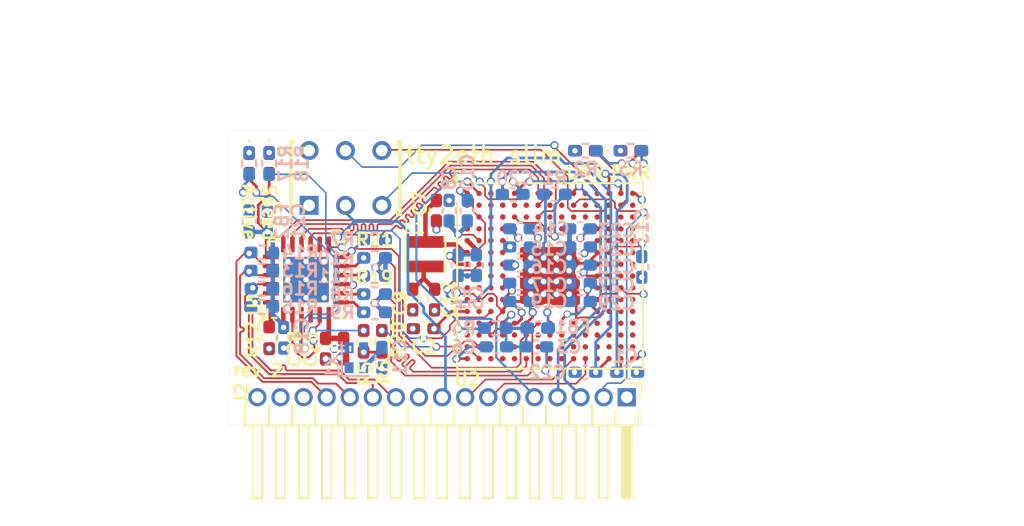
<source format=kicad_pcb>
(kicad_pcb (version 20240108) (generator "pcbnew") (generator_version "8.0")
  (layers (0 "F.Cu" signal) (1 "In1.Cu" power "GND.Cu") (2 "In2.Cu" power "VCC.Cu") (31 "B.Cu" signal) (34 "B.Paste" user) (35 "F.Paste" user) (36 "B.SilkS" user "B.Silkscreen") (37 "F.SilkS" user "F.Silkscreen") (38 "B.Mask" user) (39 "F.Mask" user) (44 "Edge.Cuts" user))
  (net 0 "")
  (net 1 "/stm32/VFBSMPS")
  (net 2 "GND")
  (net 3 "+3V3")
  (net 4 "/stm32/VDDA")
  (net 5 "/stm32/VLXSMPS")
  (net 6 "/~{RST}")
  (net 7 "/phy/PHY_VDDA")
  (net 8 "Net-(C20-Pad1)")
  (net 9 "/phy/PHY_VDDCR")
  (net 10 "/phy/LED1{slash}REGOFF")
  (net 11 "Net-(D1-K)")
  (net 12 "Net-(D2-K)")
  (net 13 "/stm32/SWO")
  (net 14 "/stm32/SWCLK")
  (net 15 "/stm32/SWDIO")
  (net 16 "Net-(LED_PWR1-K)")
  (net 17 "Net-(LED_USR1-K)")
  (net 18 "/stm32/LED_USR")
  (net 19 "Net-(U2-BOOT0)")
  (net 20 "/stm32/VREF+")
  (net 21 "Net-(U1-RBIAS)")
  (net 22 "Net-(X1-OUT)")
  (net 23 "/phy/PHY_CLKIN")
  (net 24 "/phy/ETH_REF_CLK")
  (net 26 "/phy/PHY_MDIO")
  (net 27 "/phy/PHY_RXD0{slash}MODE0")
  (net 28 "/phy/PHY_RXD1{slash}MODE1")
  (net 29 "/phy/PHY_CRS_DV{slash}MODE2")
  (net 30 "/phy/PHY_RXER{slash}PHYAD0")
  (net 146 "/phy/LED2{slash}~{INTSEL}")
  (net 147 "/phy/PHY_RXD0")
  (net 148 "/phy/PHY_RXD1")
  (net 149 "/phy/PHY_CRS_DV")
  (net 150 "/phy/PHY_TXEN")
  (net 151 "/phy/PHY_MDC")
  (net 152 "/phy/PHY_TXD1")
  (net 153 "/phy/PHY_TXD0")
  (net 154 "/PHY_TXP")
  (net 155 "/PHY_TXN")
  (net 156 "/PHY_RXP")
  (net 157 "/PHY_RXN")
  (net 158 "/DEV_UART_RX")
  (net 159 "/DBG_UART_TX")
  (net 160 "/EXT_TMP")
  (net 161 "/DEV_RST")
  (net 162 "/DBG_UART_RX")
  (net 163 "/DEV_UART_TX")
  (footprint "Capacitor_SMD:C_0402_1005Metric_Pad0.74x0.62mm_HandSolder" (layer "F.Cu") (at 27.5 49.2 -90)
    (property "Reference" "C28")
    (property "Value" "470p")
  )
  (footprint "Resistor_SMD:R_0402_1005Metric_Pad0.72x0.64mm_HandSolder" (layer "F.Cu") (at 30.2 44.2 180)
    (property "Reference" "R21")
    (property "Value" "10")
  )
  (footprint "Capacitor_SMD:C_0402_1005Metric_Pad0.74x0.62mm_HandSolder" (layer "F.Cu") (at 33.6 41.6 -90)
    (property "Reference" "C7")
    (property "Value" "220p")
  )
  (footprint "Resistor_SMD:R_0402_1005Metric_Pad0.72x0.64mm_HandSolder" (layer "F.Cu") (at 24.4 48.6 -90)
    (property "Reference" "R12")
    (property "Value" "12.1k")
  )
  (footprint "Capacitor_SMD:C_0402_1005Metric_Pad0.74x0.62mm_HandSolder" (layer "F.Cu") (at 32.3 46.5 -90)
    (property "Reference" "C9")
    (property "Value" "10u")
  )
  (footprint "Resistor_SMD:R_0402_1005Metric_Pad0.72x0.64mm_HandSolder" (layer "F.Cu") (at 30.6 48.8 90)
    (property "Reference" "R6")
    (property "Value" "33")
  )
  (footprint "Resistor_SMD:R_0402_1005Metric_Pad0.72x0.64mm_HandSolder" (layer "F.Cu") (at 30.1975 46.2 180)
    (property "Reference" "R19")
    (property "Value" "10")
  )
  (footprint "LED_SMD:LED_0402_1005Metric_Pad0.77x0.64mm_HandSolder" (layer "F.Cu") (at 23.3 39 -90)
    (property "Reference" "D1" (hide yes))
    (property "Value" "LED_Green")
  )
  (footprint "Inductor_SMD:L_Taiyo-Yuden_NR-20xx" (layer "F.Cu") (at 33 44 90)
    (property "Reference" "L1")
    (property "Value" "MDMK2020T2R2MM")
  )
  (footprint "Package_BGA:UFBGA-201_10x10mm_Layout15x15_P0.65mm" (layer "F.Cu") (at 39.85 45.2)
    (property "Reference" "U2")
    (property "Value" "STM32H735IGKx")
  )
  (footprint "extras:SAMTEC_CLT-103-01-F-D" (layer "F.Cu") (at 28.6 39.8 180)
    (property "Reference" "J1")
    (property "Value" "Conn_02x03_Odd_Even")
  )
  (footprint "Capacitor_SMD:C_0402_1005Metric_Pad0.74x0.62mm_HandSolder" (layer "F.Cu") (at 32.9 48.1 180)
    (property "Reference" "C2")
    (property "Value" "100n")
  )
  (footprint "LED_SMD:LED_0402_1005Metric_Pad0.77x0.64mm_HandSolder" (layer "F.Cu") (at 44.3 38.3)
    (property "Reference" "LED_PWR1" (hide yes))
    (property "Value" "LED_Green")
  )
  (footprint "Resistor_SMD:R_0402_1005Metric_Pad0.72x0.64mm_HandSolder" (layer "F.Cu") (at 30.2 47.2 180)
    (property "Reference" "R20")
    (property "Value" "10")
  )
  (footprint "LED_SMD:LED_0402_1005Metric_Pad0.77x0.64mm_HandSolder" (layer "F.Cu") (at 24.4 39 -90)
    (property "Reference" "D2" (hide yes))
    (property "Value" "LED_Yellow")
  )
  (footprint "Package_DFN_QFN:VQFN-24-1EP_4x4mm_P0.5mm_EP2.5x2.5mm_ThermalVias" (layer "F.Cu") (at 26.43 45.4 90)
    (property "Reference" "U1")
    (property "Value" "LAN8720A")
  )
  (footprint "Capacitor_SMD:C_0402_1005Metric_Pad0.74x0.62mm_HandSolder" (layer "F.Cu") (at 28.5 49.2 -90)
    (property "Reference" "C26")
    (property "Value" "1u")
  )
  (footprint "Capacitor_SMD:C_0402_1005Metric_Pad0.74x0.62mm_HandSolder" (layer "F.Cu") (at 33.5 46.5 -90)
    (property "Reference" "C12")
    (property "Value" "10u")
  )
  (footprint "Connector_PinHeader_1.27mm:PinHeader_1x17_P1.27mm_Horizontal" (layer "F.Cu") (at 44.075 51.875 -90)
    (property "Reference" "J2")
    (property "Value" "Conn_01x17")
  )
  (footprint "Resistor_SMD:R_0402_1005Metric_Pad0.72x0.64mm_HandSolder" (layer "F.Cu") (at 29.6 48.7975 90)
    (property "Reference" "R5")
    (property "Value" "33")
  )
  (footprint "LED_SMD:LED_0402_1005Metric_Pad0.77x0.64mm_HandSolder" (layer "F.Cu") (at 41.8 38.3)
    (property "Reference" "LED_USR1" (hide yes))
    (property "Value" "LED_Red")
  )
  (footprint "Resistor_SMD:R_0402_1005Metric_Pad0.72x0.64mm_HandSolder" (layer "B.Cu") (at 44.3 38.3)
    (property "Reference" "R3")
    (property "Value" "1k")
  )
  (footprint "Resistor_SMD:R_0402_1005Metric_Pad0.72x0.64mm_HandSolder" (layer "B.Cu") (at 24 46.9)
    (property "Reference" "R15")
    (property "Value" "49.9")
  )
  (footprint "Capacitor_SMD:C_0402_1005Metric_Pad0.74x0.62mm_HandSolder" (layer "B.Cu") (at 44.1 50.5)
    (property "Reference" "C1")
    (property "Value" "4.7u")
  )
  (footprint "Capacitor_SMD:C_0402_1005Metric_Pad0.74x0.62mm_HandSolder" (layer "B.Cu") (at 44.9 44.7 -90)
    (property "Reference" "C13")
    (property "Value" "4.7u")
  )
  (footprint "Resistor_SMD:R_0402_1005Metric_Pad0.72x0.64mm_HandSolder" (layer "B.Cu") (at 30.2025 47.2)
    (property "Reference" "R9")
    (property "Value" "4.7k")
  )
  (footprint "Capacitor_SMD:C_0402_1005Metric_Pad0.74x0.62mm_HandSolder" (layer "B.Cu") (at 38.2 45.6)
    (property "Reference" "C17")
    (property "Value" "100n")
  )
  (footprint "Resistor_SMD:R_0402_1005Metric_Pad0.72x0.64mm_HandSolder" (layer "B.Cu") (at 30.2025 46.2)
    (property "Reference" "R8")
    (property "Value" "4.7k")
  )
  (footprint "Capacitor_SMD:C_0402_1005Metric_Pad0.74x0.62mm_HandSolder" (layer "B.Cu") (at 39.1 49.1)
    (property "Reference" "C3")
    (property "Value" "100n")
  )
  (footprint "Capacitor_SMD:C_0402_1005Metric_Pad0.74x0.62mm_HandSolder" (layer "B.Cu") (at 41.5 42.6 180)
    (property "Reference" "C23")
    (property "Value" "100n")
  )
  (footprint "Resistor_SMD:R_0402_1005Metric_Pad0.72x0.64mm_HandSolder" (layer "B.Cu") (at 30.2 43.2)
    (property "Reference" "R7")
    (property "Value" "1.5k")
  )
  (footprint "Capacitor_SMD:C_0402_1005Metric_Pad0.74x0.62mm_HandSolder" (layer "B.Cu") (at 34.3 41.6 90)
    (property "Reference" "C8")
    (property "Value" "1u")
  )
  (footprint "Capacitor_SMD:C_0402_1005Metric_Pad0.74x0.62mm_HandSolder" (layer "B.Cu") (at 36.9 49.1 180)
    (property "Reference" "C6")
    (property "Value" "1u")
  )
  (footprint "Resistor_SMD:R_0402_1005Metric_Pad0.72x0.64mm_HandSolder" (layer "B.Cu") (at 24 44.9)
    (property "Reference" "R13")
    (property "Value" "49.9")
  )
  (footprint "Resistor_SMD:R_0402_1005Metric_Pad0.72x0.64mm_HandSolder" (layer "B.Cu") (at 30.2 45.2)
    (property "Reference" "R11")
    (property "Value" "4.7k")
  )
  (footprint "Capacitor_SMD:C_0402_1005Metric_Pad0.74x0.62mm_HandSolder" (layer "B.Cu") (at 38.2 42.6)
    (property "Reference" "C14")
    (property "Value" "100n")
  )
  (footprint "Capacitor_SMD:C_0402_1005Metric_Pad0.74x0.62mm_HandSolder" (layer "B.Cu") (at 38.2 44.6)
    (property "Reference" "C16")
    (property "Value" "100n")
  )
  (footprint "Capacitor_SMD:C_0402_1005Metric_Pad0.74x0.62mm_HandSolder" (layer "B.Cu") (at 37.8 40.7)
    (property "Reference" "C20")
    (property "Value" "2.2u")
  )
  (footprint "Oscillator:Oscillator_SMD_Abracon_ASCO-4Pin_1.6x1.2mm" (layer "B.Cu") (at 29.2 49.7)
    (property "Reference" "X1")
    (property "Value" "ASCO-50.000MHZ-EK-T3")
  )
  (footprint "Resistor_SMD:R_0402_1005Metric_Pad0.72x0.64mm_HandSolder" (layer "B.Cu") (at 41.8 38.3)
    (property "Reference" "R2")
    (property "Value" "1k")
  )
  (footprint "Capacitor_SMD:C_0402_1005Metric_Pad0.74x0.62mm_HandSolder" (layer "B.Cu") (at 41.8 50.5 180)
    (property "Reference" "C22")
    (property "Value" "2.2u")
  )
  (footprint "Resistor_SMD:R_0402_1005Metric_Pad0.72x0.64mm_HandSolder" (layer "B.Cu") (at 24 45.9)
    (property "Reference" "R16")
    (property "Value" "49.9")
  )
  (footprint "Capacitor_SMD:C_0402_1005Metric_Pad0.74x0.62mm_HandSolder" (layer "B.Cu") (at 35.8 44.6 -90)
    (property "Reference" "C5")
    (property "Value" "4.7u")
  )
  (footprint "Capacitor_SMD:C_0402_1005Metric_Pad0.74x0.62mm_HandSolder" (layer "B.Cu") (at 38.2 43.6)
    (property "Reference" "C15")
    (property "Value" "100n")
  )
  (footprint "Capacitor_SMD:C_0402_1005Metric_Pad0.74x0.62mm_HandSolder" (layer "B.Cu") (at 41.5 45.6 180)
    (property "Reference" "C27")
    (property "Value" "100n")
  )
  (footprint "Capacitor_SMD:C_0402_1005Metric_Pad0.74x0.62mm_HandSolder" (layer "B.Cu") (at 30.6 49.7 -90)
    (property "Reference" "C11")
    (property "Value" "100n")
  )
  (footprint "Inductor_SMD:L_0402_1005Metric_Pad0.77x0.64mm_HandSolder" (layer "B.Cu") (at 39.1725 48.0675 180)
    (property "Reference" "FB1")
    (property "Value" "BLM15PE300SH1D")
  )
  (footprint "Resistor_SMD:R_0402_1005Metric_Pad0.72x0.64mm_HandSolder" (layer "B.Cu") (at 40.1 40.7 180)
    (property "Reference" "R1")
    (property "Value" "10k")
  )
  (footprint "Capacitor_SMD:C_0402_1005Metric_Pad0.74x0.62mm_HandSolder" (layer "B.Cu") (at 25.2 48.6 -90)
    (property "Reference" "C18")
    (property "Value" "100n")
  )
  (footprint "Capacitor_SMD:C_0402_1005Metric_Pad0.74x0.62mm_HandSolder" (layer "B.Cu") (at 41.5 44.6 180)
    (property "Reference" "C25")
    (property "Value" "100n")
  )
  (footprint "Capacitor_SMD:C_0402_1005Metric_Pad0.74x0.62mm_HandSolder" (layer "B.Cu") (at 35.3 41.6 90)
    (property "Reference" "C10")
    (property "Value" "100n")
  )
  (footprint "Resistor_SMD:R_0402_1005Metric_Pad0.72x0.64mm_HandSolder" (layer "B.Cu") (at 30.2 44.2)
    (property "Reference" "R10")
    (property "Value" "4.7k")
  )
  (footprint "Capacitor_SMD:C_0402_1005Metric_Pad0.74x0.62mm_HandSolder" (layer "B.Cu") (at 41.5 46.6 180)
    (property "Reference" "C29")
    (property "Value" "100n")
  )
  (footprint "Capacitor_SMD:C_0402_1005Metric_Pad0.74x0.62mm_HandSolder" (layer "B.Cu") (at 38.2 46.6)
    (property "Reference" "C19")
    (property "Value" "100n")
  )
  (footprint "Inductor_SMD:L_0402_1005Metric_Pad0.77x0.64mm_HandSolder" (layer "B.Cu") (at 23.3 42.2 90)
    (property "Reference" "FB2")
    (property "Value" "BLM15PE300SH1D")
  )
  (footprint "Capacitor_SMD:C_0402_1005Metric_Pad0.74x0.62mm_HandSolder" (layer "B.Cu") (at 24.3 42.2 90)
    (property "Reference" "C21")
    (property "Value" "100n")
  )
  (footprint "Capacitor_SMD:C_0402_1005Metric_Pad0.74x0.62mm_HandSolder" (layer "B.Cu") (at 34.8 44.6 -90)
    (property "Reference" "C4")
    (property "Value" "10u")
  )
  (footprint "Capacitor_SMD:C_0402_1005Metric_Pad0.74x0.62mm_HandSolder" (layer "B.Cu") (at 41.5 43.6 180)
    (property "Reference" "C24")
    (property "Value" "100n")
  )
  (footprint "Resistor_SMD:R_0402_1005Metric_Pad0.72x0.64mm_HandSolder" (layer "B.Cu") (at 23.3 39 90)
    (property "Reference" "R17")
    (property "Value" "270")
  )
  (footprint "Resistor_SMD:R_0402_1005Metric_Pad0.72x0.64mm_HandSolder" (layer "B.Cu") (at 24.4 39 90)
    (property "Reference" "R18")
    (property "Value" "270")
  )
  (footprint "Resistor_SMD:R_0402_1005Metric_Pad0.72x0.64mm_HandSolder" (layer "B.Cu") (at 24 43.9)
    (property "Reference" "R14")
    (property "Value" "49.9")
  )
  (footprint "Resistor_SMD:R_0402_1005Metric_Pad0.72x0.64mm_HandSolder" (layer "B.Cu") (at 36.84 48.0675 180)
    (property "Reference" "R4")
    (property "Value" "47")
  )
  (gr_line (start 31.2 47.678227) (end 31.148964 47.548964) (stroke (width 0.1)) (layer "F.SilkS"))
  (gr_rect (start 22.2 37.2) (end 45.6 53.4) (stroke (width 0.01)) (fill none) (layer "Edge.Cuts"))
  (gr_text "rev 2" (at 22.3 50.8 0) (layer "F.SilkS") (effects (font (size 0.7 0.7)) (justify left bottom)))
  (gr_text "tty2eth slim" (at 31.8 39.1 0) (layer "F.SilkS") (effects (font (size 0.95 0.95)) (justify left bottom)))
  (segment (start 32.9 45.3325) (end 33.5 45.9325) (width 0.25) (layer "F.Cu") (net 1))
  (segment (start 43.5325 50.5) (end 43.75 50.2825) (width 0.15) (layer "F.Cu") (net 1))
  (segment (start 35.95 44.55) (end 35.625 44.875) (width 0.09) (layer "F.Cu") (net 1))
  (segment (start 42.9 39.5675) (end 43.1 39.7675) (width 0.15) (layer "F.Cu") (net 1))
  (segment (start 43.1 39.7675) (end 43.1 40.65) (width 0.15) (layer "F.Cu") (net 1))
  (segment (start 35.625 44.875) (end 35.125 44.875) (width 0.09) (layer "F.Cu") (net 1))
  (segment (start 35.125 44.875) (end 34.193112 45.806888) (width 0.09) (layer "F.Cu") (net 1))
  (segment (start 36.6 40.000002) (end 36.6 40.65) (width 0.15) (layer "F.Cu") (net 1))
  (segment (start 43.75 50.2825) (end 43.75 49.75) (width 0.15) (layer "F.Cu") (net 1))
  (segment (start 34.193112 45.806888) (end 34.193112 45.929946) (width 0.09) (layer "F.Cu") (net 1))
  (segment (start 33.5 45.9325) (end 34.2675 45.9325) (width 0.09) (layer "F.Cu") (net 1))
  (segment (start 36.599998 40) (end 36.6 40.000002) (width 0.15) (layer "F.Cu") (net 1))
  (segment (start 32.9 44.775) (end 33 44.675) (width 0.25) (layer "F.Cu") (net 1))
  (segment (start 32.9 45.3325) (end 32.9 44.775) (width 0.25) (layer "F.Cu") (net 1))
  (segment (start 32.3 45.9325) (end 32.9 45.3325) (width 0.25) (layer "F.Cu") (net 1))
  (via (at 36.599998 40) (size 0.45) (drill 0.3) (layers "F.Cu" "B.Cu") (net 1))
  (via (at 34.193112 45.929946) (size 0.45) (drill 0.3) (layers "F.Cu" "B.Cu") (net 1))
  (via (at 42.9 39.5675) (size 0.45) (drill 0.3) (layers "F.Cu" "B.Cu") (net 1))
  (via (at 43.5325 50.5) (size 0.45) (drill 0.3) (layers "F.Cu" "B.Cu") (net 1))
  (segment (start 42.9325 39.6) (end 43.807107 39.6) (width 0.15) (layer "B.Cu") (net 1))
  (segment (start 44.1 41.1) (end 43.5325 41.6675) (width 0.15) (layer "B.Cu") (net 1))
  (segment (start 40.36431 38.7) (end 37.5 38.7) (width 0.15) (layer "B.Cu") (net 1))
  (segment (start 40.66431 39) (end 40.36431 38.7) (width 0.15) (layer "B.Cu") (net 1))
  (segment (start 36.599998 45.700002) (end 35.66943 46.63057) (width 0.15) (layer "B.Cu") (net 1))
  (segment (start 43.5325 41.6675) (end 43.5325 50.5) (width 0.15) (layer "B.Cu") (net 1))
  (segment (start 43.807107 39.6) (end 44.1 39.892893) (width 0.15) (layer "B.Cu") (net 1))
  (segment (start 42.9 39.5675) (end 42.9325 39.6) (width 0.15) (layer "B.Cu") (net 1))
  (segment (start 42.9 39.5675) (end 42.3325 39) (width 0.15) (layer "B.Cu") (net 1))
  (segment (start 34.527005 46.63057) (end 34.193112 46.296677) (width 0.15) (layer "B.Cu") (net 1))
  (segment (start 42.3325 39) (end 40.66431 39) (width 0.15) (layer "B.Cu") (net 1))
  (segment (start 44.1 39.892893) (end 44.1 41.1) (width 0.15) (layer "B.Cu") (net 1))
  (segment (start 36.599998 39.600002) (end 36.599998 40) (width 0.15) (layer "B.Cu") (net 1))
  (segment (start 35.66943 46.63057) (end 34.527005 46.63057) (width 0.15) (layer "B.Cu") (net 1))
  (segment (start 34.193112 46.296677) (end 34.193112 45.929946) (width 0.15) (layer "B.Cu") (net 1))
  (segment (start 36.599998 40) (end 36.599998 45.700002) (width 0.15) (layer "B.Cu") (net 1))
  (segment (start 37.5 38.7) (end 36.599998 39.600002) (width 0.15) (layer "B.Cu") (net 1))
  (segment (start 36.733377 46.178) (end 36.928 46.372623) (width 0.09) (layer "F.Cu") (net 2))
  (segment (start 36.922 48.128) (end 36.922 47.478) (width 0.09) (layer "F.Cu") (net 2))
  (segment (start 36.422 46.178) (end 36.733377 46.178) (width 0.09) (layer "F.Cu") (net 2))
  (segment (start 38.228 48.122) (end 38.55 47.8) (width 0.09) (layer "F.Cu") (net 2))
  (segment (start 41.3 46.65) (end 41.15 46.5) (width 0.15) (layer "F.Cu") (net 2))
  (segment (start 44.4 40.65) (end 44.55 40.65) (width 0.15) (layer "F.Cu") (net 2))
  (segment (start 42.772 47.283377) (end 42.577377 47.478) (width 0.09) (layer "F.Cu") (net 2))
  (segment (start 35.15 40.5) (end 35.3 40.65) (width 0.15) (layer "F.Cu") (net 2))
  (segment (start 42.772 46.822) (end 42.772 47.283377) (width 0.09) (layer "F.Cu") (net 2))
  (segment (start 38.697997 42.6) (end 39.2 43.102003) (width 0.15) (layer "F.Cu") (net 2))
  (segment (start 38.45 46.6) (end 37.7 46.6) (width 0.15) (layer "F.Cu") (net 2))
  (segment (start 34.781542 46.178) (end 34.734112 46.13057) (width 0.09) (layer "F.Cu") (net 2))
  (segment (start 38.55 46.5) (end 38.45 46.6) (width 0.15) (layer "F.Cu") (net 2))
  (segment (start 32.3325 48.1) (end 32.3 48.1) (width 0.15) (layer "F.Cu") (net 2))
  (segment (start 34.9 40.5) (end 35.15 40.5) (width 0.15) (layer "F.Cu") (net 2))
  (segment (start 38.9 47.2) (end 38.9 47.45) (width 0.15) (layer "F.Cu") (net 2))
  (segment (start 44.9 49.5) (end 44.65 49.75) (width 0.15) (layer "F.Cu") (net 2))
  (segment (start 34.7 49.77) (end 34.72 49.75) (width 0.15) (layer "F.Cu") (net 2))
  (segment (start 44.078 46.178) (end 44.978 46.178) (width 0.09) (layer "F.Cu") (net 2))
  (segment (start 36.6 48.45) (end 36.922 48.128) (width 0.09) (layer "F.Cu") (net 2))
  (segment (start 33.5 47.0675) (end 33.5 47.1) (width 0.15) (layer "F.Cu") (net 2))
  (segment (start 36.278 42.278) (end 35.95 41.95) (width 0.09) (layer "F.Cu") (net 2))
  (segment (start 41.15 42.6) (end 40.9 42.85) (width 0.2) (layer "F.Cu") (net 2))
  (segment (start 35.95 46.5) (end 35.628 46.178) (width 0.09) (layer "F.Cu") (net 2))
  (segment (start 42.577377 47.478) (end 41.472 47.478) (width 0.09) (layer "F.Cu") (net 2))
  (segment (start 35.3 40.65) (end 35.622 40.972) (width 0.09) (layer "F.Cu") (net 2))
  (segment (start 36.053377 43.602) (end 36.278 43.377377) (width 0.09) (layer "F.Cu") (net 2))
  (segment (start 42.45 43.9) (end 42.45 43.957107) (width 0.15) (layer "F.Cu") (net 2))
  (segment (start 38.563676 42.6) (end 38.55 42.6) (width 0.12) (layer "F.Cu") (net 2))
  (segment (start 36.922 47.478) (end 37.25 47.15) (width 0.09) (layer "F.Cu") (net 2))
  (segment (start 35.95 43.9) (end 35.95 43.687868) (width 0.09) (layer "F.Cu") (net 2))
  (segment (start 36.928 48.122) (end 38.228 48.122) (width 0.09) (layer "F.Cu") (net 2))
  (segment (start 38.55 42.6) (end 38.697997 42.6) (width 0.15) (layer "F.Cu") (net 2))
  (segment (start 35.622 40.972) (end 35.622 41.622) (width 0.09) (layer "F.Cu") (net 2))
  (segment (start 43.75 45.85) (end 44.078 46.178) (width 0.09) (layer "F.Cu") (net 2))
  (segment (start 40.9 42.85) (end 40.9 44.2) (width 0.2) (layer "F.Cu") (net 2))
  (segment (start 42.45 43.957107) (end 41.907107 44.5) (width 0.15) (layer "F.Cu") (net 2))
  (segment (start 37.25 47.05) (end 37.25 47.15) (width 0.15) (layer "F.Cu") (net 2))
  (segment (start 36.6 48.45) (end 36.928 48.122) (width 0.09) (layer "F.Cu") (net 2))
  (segment (start 35.95 46.5) (end 36.1 46.5) (width 0.09) (layer "F.Cu") (net 2))
  (segment (start 41.3 47.65) (end 41.3 46.65) (width 0.15) (layer "F.Cu") (net 2))
  (segment (start 36.1 46.5) (end 36.422 46.178) (width 0.09) (layer "F.Cu") (net 2))
  (segment (start 41.907107 44.5) (end 41.2 44.5) (width 0.15) (layer "F.Cu") (net 2))
  (segment (start 36.278 43.377377) (end 36.278 42.278) (width 0.09) (layer "F.Cu") (net 2))
  (segment (start 36.035868 43.602) (end 36.053377 43.602) (width 0.09) (layer "F.Cu") (net 2))
  (segment (start 36.928 46.828) (end 37.25 47.15) (width 0.09) (layer "F.Cu") (net 2))
  (segment (start 33.6 42.1675) (end 33.6 42.647998) (width 0.15) (layer "F.Cu") (net 2))
  (segment (start 42.45 46.5) (end 42.772 46.178) (width 0.09) (layer "F.Cu") (net 2))
  (segment (start 37.7 46.6) (end 37.25 47.05) (width 0.15) (layer "F.Cu") (net 2))
  (segment (start 43.422 46.178) (end 43.75 45.85) (width 0.09) (layer "F.Cu") (net 2))
  (segment (start 36.928 46.372623) (end 36.928 46.828) (width 0.09) (layer "F.Cu") (net 2))
  (segment (start 41.472 47.478) (end 41.15 47.8) (width 0.09) (layer "F.Cu") (net 2))
  (segment (start 35.95 43.687868) (end 36.035868 43.602) (width 0.09) (layer "F.Cu") (net 2))
  (segment (start 35.3 43.25) (end 35.95 43.9) (width 0.25) (layer "F.Cu") (net 2))
  (segment (start 42.772 46.178) (end 43.422 46.178) (width 0.09) (layer "F.Cu") (net 2))
  (segment (start 41.15 47.8) (end 41.3 47.65) (width 0.15) (layer "F.Cu") (net 2))
  (segment (start 34.72 49.75) (end 35.3 49.75) (width 0.15) (layer "F.Cu") (net 2))
  (segment (start 42.45 46.5) (end 42.772 46.822) (width 0.09) (layer "F.Cu") (net 2))
  (segment (start 44.978 46.178) (end 45 46.2) (width 0.09) (layer "F.Cu") (net 2))
  (segment (start 38.9 47.45) (end 38.55 47.8) (width 0.15) (layer "F.Cu") (net 2))
  (segment (start 44.55 40.65) (end 44.9 41) (width 0.15) (layer "F.Cu") (net 2))
  (segment (start 35.628 46.178) (end 34.781542 46.178) (width 0.09) (layer "F.Cu") (net 2))
  (segment (start 44.65 49.75) (end 44.4 49.75) (width 0.15) (layer "F.Cu") (net 2))
  (segment (start 32.3 47.0675) (end 32.3 47.1) (width 0.15) (layer "F.Cu") (net 2))
  (segment (start 35.622 41.622) (end 35.95 41.95) (width 0.09) (layer "F.Cu") (net 2))
  (segment (start 41.2 44.5) (end 41.15 44.55) (width 0.15) (layer "F.Cu") (net 2))
  (via (at 39.5 45.5) (size 0.45) (drill 0.3) (layers "F.Cu" "B.Cu") (net 2))
  (via (at 44.6 50.5) (size 0.45) (drill 0.3) (layers "F.Cu" "B.Cu") (net 2))
  (via (at 40.2 44.9) (size 0.45) (drill 0.3) (layers "F.Cu" "B.Cu") (net 2))
  (via (at 33.5 47.1) (size 0.45) (drill 0.3) (layers "F.Cu" "B.Cu") (net 2))
  (via (at 33.6 42.647998) (size 0.45) (drill 0.3) (layers "F.Cu" "B.Cu") (net 2))
  (via (at 30.6 50.3) (size 0.45) (drill 0.3) (layers "F.Cu" "B.Cu") (net 2))
  (via (at 38.8 45.5) (size 0.45) (drill 0.3) (layers "F.Cu" "B.Cu") (net 2))
  (via (at 39.2 43.102003) (size 0.45) (drill 0.3) (layers "F.Cu" "B.Cu") (net 2))
  (via (at 27.990872 49.228178) (size 0.45) (drill 0.3) (layers "F.Cu" "B.Cu") (net 2))
  (via (at 34.9 40.5) (size 0.45) (drill 0.3) (layers "F.Cu" "B.Cu") (net 2))
  (via (at 24.3 41.6) (size 0.45) (drill 0.3) (layers "F.Cu" "B.Cu") (net 2))
  (via (at 34.3 41.0325) (size 0.45) (drill 0.3) (layers "F.Cu" "B.Cu") (net 2))
  (via (at 38.8 44.2) (size 0.45) (drill 0.3) (layers "F.Cu" "B.Cu") (net 2))
  (via (at 40.9 45.5) (size 0.45) (drill 0.3) (layers "F.Cu" "B.Cu") (net 2))
  (via (at 44.9 45.2675) (size 0.45) (drill 0.3) (layers "F.Cu" "B.Cu") (net 2))
  (via (at 39.5 44.2) (size 0.45) (drill 0.3) (layers "F.Cu" "B.Cu") (net 2))
  (via (at 43.8 39) (size 0.45) (drill 0.3) (layers "F.Cu" "B.Cu") (net 2))
  (via (at 32.3 47.1) (size 0.45) (drill 0.3) (layers "F.Cu" "B.Cu") (net 2))
  (via (at 40.9 46.2) (size 0.45) (drill 0.3) (layers "F.Cu" "B.Cu") (net 2))
  (via (at 34.7 49.77) (size 0.45) (drill 0.3) (layers "F.Cu" "B.Cu") (net 2))
  (via (at 27.5 49.7675) (size 0.45) (drill 0.3) (layers "F.Cu" "B.Cu") (net 2))
  (via (at 22.961834 40.6) (size 0.45) (drill 0.3) (layers "F.Cu" "B.Cu") (net 2))
  (via (at 24.4 49.1975) (size 0.45) (drill 0.3) (layers "F.Cu" "B.Cu") (net 2))
  (via (at 39.5 46.2) (size 0.45) (drill 0.3) (layers "F.Cu" "B.Cu") (net 2))
  (via (at 40.2 45.5) (size 0.45) (drill 0.3) (layers "F.Cu" "B.Cu") (net 2))
  (via (at 41.2 50.5) (size 0.45) (drill 0.3) (layers "F.Cu" "B.Cu") (net 2))
  (via (at 40.9 44.9) (size 0.45) (drill 0.3) (layers "F.Cu" "B.Cu") (net 2))
  (via (at 40.2 46.2) (size 0.45) (drill 0.3) (layers "F.Cu" "B.Cu") (net 2))
  (via (at 38.8 46.2) (size 0.45) (drill 0.3) (layers "F.Cu" "B.Cu") (net 2))
  (via (at 45 46.2) (size 0.45) (drill 0.3) (layers "F.Cu" "B.Cu") (net 2))
  (via (at 38.9 47.2) (size 0.45) (drill 0.3) (layers "F.Cu" "B.Cu") (net 2))
  (via (at 34.734112 46.13057) (size 0.45) (drill 0.3) (layers "F.Cu" "B.Cu") (net 2))
  (via (at 44.9 49.5) (size 0.45) (drill 0.3) (layers "F.Cu" "B.Cu") (net 2))
  (via (at 45 39) (size 0.45) (drill 0.3) (layers "F.Cu" "B.Cu") (net 2))
  (via (at 28.3 49.7) (size 0.45) (drill 0.3) (layers "F.Cu" "B.Cu") (net 2))
  (via (at 30.251715 44.739262) (size 0.45) (drill 0.3) (layers "F.Cu" "B.Cu") (net 2))
  (via (at 40.9 44.2) (size 0.45) (drill 0.3) (layers "F.Cu" "B.Cu") (net 2))
  (via (at 40.2 44.2) (size 0.45) (drill 0.3) (layers "F.Cu" "B.Cu") (net 2))
  (via (at 44.9 41) (size 0.45) (drill 0.3) (layers "F.Cu" "B.Cu") (net 2))
  (via (at 38.8 44.9) (size 0.45) (drill 0.3) (layers "F.Cu" "B.Cu") (net 2))
  (via (at 39.5 44.9) (size 0.45) (drill 0.3) (layers "F.Cu" "B.Cu") (net 2))
  (via (at 25.2 49.1675) (size 0.45) (drill 0.3) (layers "F.Cu" "B.Cu") (net 2))
  (via (at 37.809503 40) (size 0.45) (drill 0.3) (layers "F.Cu" "B.Cu") (net 2))
  (via (at 32.3 48.1) (size 0.45) (drill 0.3) (layers "F.Cu" "B.Cu") (net 2))
  (via (at 39.6 50.4) (size 0.45) (drill 0.3) (layers "F.Cu" "B.Cu") (net 2))
  (segment (start 30.258238 44.739262) (end 30.7975 44.2) (width 0.25) (layer "B.Cu") (net 2))
  (segment (start 25.3 49.1675) (end 25.2 49.1675) (width 0.2) (layer "B.Cu") (net 2))
  (segment (start 30.6 50.2675) (end 30.6 50.3) (width 0.25) (layer "B.Cu") (net 2))
  (segment (start 45.075 39) (end 44.8975 38.8225) (width 0.15) (layer "B.Cu") (net 2))
  (segment (start 34.7 49.77) (end 35.37 49.1) (width 0.15) (layer "B.Cu") (net 2))
  (segment (start 44.8975 38.8225) (end 44.8975 38.3) (width 0.15) (layer "B.Cu") (net 2))
  (segment (start 38.7675 45.5325) (end 38.8 45.5) (width 0.15) (layer "B.Cu") (net 2))
  (segment (start 38.7675 44.1675) (end 38.8 44.2) (width 0.15) (layer "B.Cu") (net 2))
  (segment (start 35.37 49.1) (end 36.3325 49.1) (width 0.15) (layer "B.Cu") (net 2))
  (segment (start 40.9325 43.4675) (end 40.2 44.2) (width 0.25) (layer "B.Cu") (net 2))
  (segment (start 38.3675 40.7) (end 38.3675 40.557997) (width 0.15) (layer "B.Cu") (net 2))
  (segment (start 34.9 40.6325) (end 35.3 41.0325) (width 0.15) (layer "B.Cu") (net 2))
  (segment (start 24.3 49.1975) (end 24.4 49.1975) (width 0.15) (layer "B.Cu") (net 2))
  (segment (start 34.9 40.5) (end 34.9 40.6325) (width 0.15) (layer "B.Cu") (net 2))
  (segment (start 22.961834 40.6) (end 22.961834 40.235666) (width 0.15) (layer "B.Cu") (net 2))
  (segment (start 40.9325 42.6) (end 40.9325 43.3) (width 0.25) (layer "B.Cu") (net 2))
  (segment (start 39.6675 49.1) (end 39.6675 50.3325) (width 0.15) (layer "B.Cu") (net 2))
  (segment (start 34.734112 46.13057) (end 34.734112 45.233388) (width 0.2) (layer "B.Cu") (net 2))
  (segment (start 38.3675 40.557997) (end 37.809503 40) (width 0.15) (layer "B.Cu") (net 2))
  (segment (start 24.3 41.6325) (end 24.3 41.6) (width 0.25) (layer "B.Cu") (net 2))
  (segment (start 32.6 51.74) (end 32.76 51.9) (width 0.25) (layer "B.Cu") (net 2))
  (segment (start 38.7675 47.0675) (end 38.9 47.2) (width 0.15) (layer "B.Cu") (net 2))
  (segment (start 39.6 43.307107) (end 39.5 43.407107) (width 0.15) (layer "B.Cu") (net 2))
  (segment (start 38.7675 46.6) (end 38.7675 47.0675) (width 0.15) (layer "B.Cu") (net 2))
  (segment (start 38.7675 45.6) (end 38.7675 45.5325) (width 0.15) (layer "B.Cu") (net 2))
  (segment (start 30.7975 45.2) (end 30.712453 45.2) (width 0.25) (layer "B.Cu") (net 2))
  (segment (start 43.0975 39) (end 42.3975 38.3) (width 0.15) (layer "B.Cu") (net 2))
  (segment (start 40.9325 43.3) (end 40.9325 43.4675) (width 0.25) (layer "B.Cu") (net 2))
  (segment (start 22.961834 40.235666) (end 23.3 39.8975) (width 0.15) (layer "B.Cu") (net 2))
  (segment (start 30.712453 45.2) (end 30.251715 44.739262) (width 0.25) (layer "B.Cu") (net 2))
  (segment (start 38.7675 44.6) (end 38.7675 44.8675) (width 0.15) (layer "B.Cu") (net 2))
  (segment (start 40.9325 44.1675) (end 40.9 44.2) (width 0.25) (layer "B.Cu") (net 2))
  (segment (start 43.822894 39) (end 43.0975 39) (width 0.15) (layer "B.Cu") (net 2))
  (segment (start 28.8 49.15) (end 28.06905 49.15) (width 0.2) (layer "B.Cu") (net 2))
  (segment (start 30.251715 44.739262) (end 30.258238 44.739262) (width 0.25) (layer "B.Cu") (net 2))
  (segment (start 40.9325 43.3) (end 40.9325 44.1675) (width 0.25) (layer "B.Cu") (net 2))
  (segment (start 35.8 45.1675) (end 34.8 45.1675) (width 0.2) (layer "B.Cu") (net 2))
  (segment (start 38.7675 44.8675) (end 38.8 44.9) (width 0.15) (layer "B.Cu") (net 2))
  (segment (start 23.3 39.8975) (end 23.3 39.5975) (width 0.15) (layer "B.Cu") (net 2))
  (segment (start 39.5 43.407107) (end 39.5 44.2) (width 0.15) (layer "B.Cu") (net 2))
  (segment (start 39.5025 40.7) (end 39.6 40.7975) (width 0.15) (layer "B.Cu") (net 2))
  (segment (start 38.7675 42.669503) (end 39.2 43.102003) (width 0.15) (layer "B.Cu") (net 2))
  (segment (start 34.734112 45.233388) (end 34.8 45.1675) (width 0.2) (layer "B.Cu") (net 2))
  (segment (start 28.06905 49.15) (end 27.990872 49.228178) (width 0.2) (layer "B.Cu") (net 2))
  (segment (start 39.6675 50.3325) (end 39.6 50.4) (width 0.15) (layer "B.Cu") (net 2))
  (segment (start 30.7975 45.2) (end 30.7975 44.2) (width 0.25) (layer "B.Cu") (net 2))
  (segment (start 38.7675 43.6) (end 38.7675 44.1675) (width 0.15) (layer "B.Cu") (net 2))
  (segment (start 38.7675 42.6) (end 38.7675 42.669503) (width 0.15) (layer "B.Cu") (net 2))
  (segment (start 39.6 40.7975) (end 39.6 43.307107) (width 0.15) (layer "B.Cu") (net 2))
  (segment (start 41.2325 50.5) (end 41.2 50.5) (width 0.15) (layer "B.Cu") (net 2))
  (segment (start 41.526001 43.106518) (end 41.8 42.832519) (width 0.15) (layer "F.Cu") (net 3))
  (segment (start 40.5 47.6) (end 40.5 47.8) (width 0.15) (layer "F.Cu") (net 3))
  (segment (start 44.9 43.4) (end 44.722 43.578) (width 0.09) (layer "F.Cu") (net 3))
  (segment (start 44.722 43.578) (end 43.422 43.578) (width 0.09) (layer "F.Cu") (net 3))
  (segment (start 41.91622 45.938) (end 41.91622 46.61622) (width 0.15) (layer "F.Cu") (net 3))
  (segment (start 44.399896 38.772604) (end 44.8725 38.3) (width 0.15) (layer "F.Cu") (net 3))
  (segment (start 34.798717 44.55) (end 34.338717 44.09) (width 0.2) (layer "F.Cu") (net 3))
  (segment (start 41.7 45) (end 41.9 45.2) (width 0.15) (layer "F.Cu") (net 3))
  (segment (start 34.828 42.928) (end 35.628 42.928) (width 0.09) (layer "F.Cu") (net 3))
  (segment (start 40.8 47.3) (end 40.5 47.6) (width 0.15) (layer "F.Cu") (net 3))
  (segment (start 38.289894 47.562302) (end 38.052196 47.8) (width 0.15) (layer "F.Cu") (net 3))
  (segment (start 41.9 45.2) (end 42.45 45.2) (width 0.15) (layer "F.Cu") (net 3))
  (segment (start 43.422 43.578) (end 43.1 43.9) (width 0.09) (layer "F.Cu") (net 3))
  (segment (start 28.1375 45.65) (end 28.829952 45.65) (width 0.15) (layer "F.Cu") (net 3))
  (segment (start 37.304808 43.25) (end 37.25 43.25) (width 0.15) (layer "F.Cu") (net 3))
  (segment (start 35.628 42.928) (end 35.95 43.25) (width 0.09) (layer "F.Cu") (net 3))
  (segment (start 44.9 43.4) (end 44.75 43.25) (width 0.15) (layer "F.Cu") (net 3))
  (segment (start 38.1 43.1) (end 37.9 42.9) (width 0.15) (layer "F.Cu") (net 3))
  (segment (start 34.8 42.9) (end 34.828 42.928) (width 0.09) (layer "F.Cu") (net 3))
  (segment (start 35.3 44.55) (end 34.798717 44.55) (width 0.2) (layer "F.Cu") (net 3))
  (segment (start 28.829952 45.65) (end 28.918308 45.738356) (width 0.15) (layer "F.Cu") (net 3))
  (segment (start 38.052196 47.8) (end 37.9 47.8) (width 0.15) (layer "F.Cu") (net 3))
  (segment (start 37.645002 43.590194) (end 37.304808 43.25) (width 0.15) (layer "F.Cu") (net 3))
  (segment (start 44.75 43.25) (end 44.4 43.25) (width 0.15) (layer "F.Cu") (net 3))
  (segment (start 37.8825 44.55) (end 37.9325 44.6) (width 0.15) (layer "F.Cu") (net 3))
  (segment (start 37.27 46.5) (end 37.25 46.5) (width 0.15) (layer "F.Cu") (net 3))
  (segment (start 37.76 46.01) (end 37.27 46.5) (width 0.15) (layer "F.Cu") (net 3))
  (segment (start 41.75 43.95) (end 42.45 43.25) (width 0.15) (layer "F.Cu") (net 3))
  (segment (start 37.25 44.55) (end 37.8825 44.55) (width 0.15) (layer "F.Cu") (net 3))
  (segment (start 38.289894 47.215463) (end 38.289894 47.562302) (width 0.15) (layer "F.Cu") (net 3))
  (segment (start 37.9 42.9) (end 37.9 42.6) (width 0.15) (layer "F.Cu") (net 3))
  (segment (start 41.8 42.832519) (end 41.8 42.6) (width 0.15) (layer "F.Cu") (net 3))
  (segment (start 41.91622 46.61622) (end 42.45 47.15) (width 0.15) (layer "F.Cu") (net 3))
  (segment (start 37.25 42.6) (end 37.9 42.6) (width 0.15) (layer "F.Cu") (net 3))
  (segment (start 44.399896 39.000129) (end 44.399896 38.772604) (width 0.15) (layer "F.Cu") (net 3))
  (via (at 29.017346 45.698417) (size 0.45) (drill 0.3) (layers "F.Cu" "B.Cu") (net 3))
  (via (at 41.75 43.95) (size 0.45) (drill 0.3) (layers "F.Cu" "B.Cu") (net 3))
  (via (at 30.926679 43.238) (size 0.45) (drill 0.3) (layers "F.Cu" "B.Cu") (net 3))
  (via (at 34.8 42.9) (size 0.45) (drill 0.3) (layers "F.Cu" "B.Cu") (net 3))
  (via (at 37.76 46.01) (size 0.45) (drill 0.3) (layers "F.Cu" "B.Cu") (net 3))
  (via (at 30.199999 46.685824) (size 0.45) (drill 0.3) (layers "F.Cu" "B.Cu") (net 3))
  (via (at 37.645002 43.590194) (size 0.45) (drill 0.3) (layers "F.Cu" "B.Cu") (net 3))
  (via (at 38.1 43.1) (size 0.45) (drill 0.3) (layers "F.Cu" "B.Cu") (net 3))
  (via (at 38.289894 47.215463) (size 0.45) (drill 0.3) (layers "F.Cu" "B.Cu") (net 3))
  (via (at 41.91622 45.938) (size 0.45) (drill 0.3) (layers "F.Cu" "B.Cu") (net 3))
  (via (at 29.6 50.25) (size 0.45) (drill 0.3) (layers "F.Cu" "B.Cu") (net 3))
  (via (at 44.399896 39.000129) (size 0.45) (drill 0.3) (layers "F.Cu" "B.Cu") (net 3))
  (via (at 39.7 47.2) (size 0.45) (drill 0.3) (layers "F.Cu" "B.Cu") (net 3))
  (via (at 34.338717 44.09) (size 0.45) (drill 0.3) (layers "F.Cu" "B.Cu") (net 3))
  (via (at 41.526001 43.106518) (size 0.45) (drill 0.3) (layers "F.Cu" "B.Cu") (net 3))
  (via (at 23.3 41.6) (size 0.45) (drill 0.3) (layers "F.Cu" "B.Cu") (net 3))
  (via (at 37.9325 44.6) (size 0.45) (drill 0.3) (layers "F.Cu" "B.Cu") (net 3))
  (via (at 40.8 47.3) (size 0.4) (drill 0.3) (layers "F.Cu" "B.Cu") (net 3))
  (via (at 41.7 45) (size 0.45) (drill 0.3) (layers "F.Cu" "B.Cu") (net 3))
  (via (at 44.9 43.4) (size 0.45) (drill 0.3) (layers "F.Cu" "B.Cu") (net 3))
  (segment (start 35.3 42.4) (end 34.8 42.9) (width 0.25) (layer "B.Cu") (net 3))
  (segment (start 37.692609 46.6) (end 37.6325 46.6) (width 0.15) (layer "B.Cu") (net 3))
  (segment (start 40.8 47.3) (end 41.3675 47.3) (width 0.15) (layer "B.Cu") (net 3))
  (segment (start 42.0675 43.6325) (end 41.75 43.95) (width 0.15) (layer "B.Cu") (net 3))
  (segment (start 38.1 43.1) (end 38.1 43.0675) (width 0.15) (layer "B.Cu") (net 3))
  (segment (start 42.0675 45.6) (end 42.0675 45.78672) (width 0.15) (layer "B.Cu") (net 3))
  (segment (start 37.6325 45.6) (end 37.6325 45.8825) (width 0.15) (layer "B.Cu") (net 3))
  (segment (start 35.8 44.0325) (end 34.396217 44.0325) (width 0.2) (layer "B.Cu") (net 3))
  (segment (start 37.642306 43.590194) (end 37.6325 43.6) (width 0.15) (layer "B.Cu") (net 3))
  (segment (start 38.1 43.0675) (end 37.6325 42.6) (width 0.15) (layer "B.Cu") (net 3))
  (segment (start 34.396217 44.0325) (end 34.338717 44.09) (width 0.2) (layer "B.Cu") (net 3))
  (segment (start 41.3675 47.3) (end 42.0675 46.6) (width 0.15) (layer "B.Cu") (net 3))
  (segment (start 41.7 44.9675) (end 42.0675 44.6) (width 0.25) (layer "B.Cu") (net 3))
  (segment (start 30.6 49.25) (end 29.6 50.25) (width 0.25) (layer "B.Cu") (net 3))
  (segment (start 30.199999 46.685824) (end 30.685823 46.2) (width 0.25) (layer "B.Cu") (net 3))
  (segment (start 34.3 42.4) (end 34.8 42.9) (width 0.25) (layer "B.Cu") (net 3))
  (segment (start 30.888679 43.2) (end 30.7975 43.2) (width 0.25) (layer "B.Cu") (net 3))
  (segment (start 42.0675 42.6) (end 42.032519 42.6) (width 0.15) (layer "B.Cu") (net 3))
  (segment (start 30.6 49.1325) (end 30.6 49.25) (width 0.25) (layer "B.Cu") (net 3))
  (segment (start 42.0675 45.78672) (end 41.91622 45.938) (width 0.15) (layer "B.Cu") (net 3))
  (segment (start 41.7 45) (end 41.7 44.9675) (width 0.25) (layer "B.Cu") (net 3))
  (segment (start 38.289894 47.215463) (end 38.289894 47.197285) (width 0.15) (layer "B.Cu") (net 3))
  (segment (start 30.714175 47.2) (end 30.8 47.2) (width 0.25) (layer "B.Cu") (net 3))
  (segment (start 23.3 41.6275) (end 23.3 41.6) (width 0.25) (layer "B.Cu") (net 3))
  (segment (start 39.745 47.245) (end 39.745 48.0675) (width 0.15) (layer "B.Cu") (net 3))
  (segment (start 42.032519 42.6) (end 41.526001 43.106518) (width 0.15) (layer "B.Cu") (net 3))
  (segment (start 38.289894 47.197285) (end 37.692609 46.6) (width 0.15) (layer "B.Cu") (net 3))
  (segment (start 30.685823 46.2) (end 30.8 46.2) (width 0.25) (layer "B.Cu") (net 3))
  (segment (start 37.645002 43.590194) (end 37.642306 43.590194) (width 0.15) (layer "B.Cu") (net 3))
  (segment (start 42.0675 43.6) (end 42.0675 43.6325) (width 0.15) (layer "B.Cu") (net 3))
  (segment (start 30.199999 46.685824) (end 30.714175 47.2) (width 0.25) (layer "B.Cu") (net 3))
  (segment (start 34.3 42.1675) (end 34.3 42.4) (width 0.25) (layer "B.Cu") (net 3))
  (segment (start 39.7 47.2) (end 39.745 47.245) (width 0.15) (layer "B.Cu") (net 3))
  (segment (start 30.926679 43.238) (end 30.888679 43.2) (width 0.25) (layer "B.Cu") (net 3))
  (segment (start 37.6325 45.8825) (end 37.76 46.01) (width 0.15) (layer "B.Cu") (net 3))
  (segment (start 37.6325 44.6) (end 37.9325 44.6) (width 0.15) (layer "B.Cu") (net 3))
  (segment (start 44.9 44.1325) (end 44.9 43.4) (width 0.15) (layer "B.Cu") (net 3))
  (segment (start 35.3 42.1675) (end 35.3 42.4) (width 0.25) (layer "B.Cu") (net 3))
  (segment (start 37.71775 47.332248) (end 37.71775 47.33225) (width 0.15) (layer "F.Cu") (net 4))
  (segment (start 37.71775 47.33225) (end 37.25 47.8) (width 0.15) (layer "F.Cu") (net 4))
  (via (at 37.71775 47.332248) (size 0.45) (drill 0.3) (layers "F.Cu" "B.Cu") (net 4))
  (segment (start 38.54 48.1275) (end 38.6 48.0675) (width 0.15) (layer "B.Cu") (net 4))
  (segment (start 37.4375 48.0675) (end 37.4375 47.612498) (width 0.15) (layer "B.Cu") (net 4))
  (segment (start 37.4375 47.612498) (end 37.71775 47.332248) (width 0.15) (layer "B.Cu") (net 4))
  (segment (start 37.4375 48.9975) (end 37.54 49.1) (width 0.15) (layer "B.Cu") (net 4))
  (segment (start 38.54 49.1) (end 37.54 49.1) (width 0.15) (layer "B.Cu") (net 4))
  (segment (start 38.54 49.1) (end 38.54 48.1275) (width 0.15) (layer "B.Cu") (net 4))
  (segment (start 38.6 48.0675) (end 37.4375 48.0675) (width 0.15) (layer "B.Cu") (net 4))
  (segment (start 37.4375 48.0675) (end 37.4375 48.9975) (width 0.15) (layer "B.Cu") (net 4))
  (segment (start 33.6 41.0325) (end 33 41.6325) (width 0.25) (layer "F.Cu") (net 5))
  (segment (start 35.087868 43.9) (end 35.0075 43.819632) (width 0.25) (layer "F.Cu") (net 5))
  (segment (start 34.670673 43.465) (end 33.14 43.465) (width 0.25) (layer "F.Cu") (net 5))
  (segment (start 35.0075 43.801827) (end 34.670673 43.465) (width 0.25) (layer "F.Cu") (net 5))
  (segment (start 35.3 43.9) (end 35.087868 43.9) (width 0.25) (layer "F.Cu") (net 5))
  (segment (start 33 41.6325) (end 33 43.325) (width 0.25) (layer "F.Cu") (net 5))
  (segment (start 33.14 43.465) (end 33 43.325) (width 0.25) (layer "F.Cu") (net 5))
  (segment (start 35.0075 43.819632) (end 35.0075 43.801827) (width 0.25) (layer "F.Cu") (net 5))
  (segment (start 26.68 43.025001) (end 26.68 43.4625) (width 0.1) (layer "F.Cu") (net 6))
  (segment (start 26.857001 42.848) (end 27.978 42.848) (width 0.1) (layer "F.Cu") (net 6))
  (segment (start 34.4175 47.15) (end 35.3 47.15) (width 0.15) (layer "F.Cu") (net 6))
  (segment (start 33.4675 48.1) (end 34.4175 47.15) (width 0.15) (layer "F.Cu") (net 6))
  (segment (start 28.2 43.07) (end 27.978 42.848) (width 0.1) (layer "F.Cu") (net 6))
  (segment (start 26.857001 42.848) (end 26.68 43.025001) (width 0.1) (layer "F.Cu") (net 6))
  (via (at 33.4675 48.1) (size 0.45) (drill 0.3) (layers "F.Cu" "B.Cu") (net 6))
  (via (at 28.2 43.07) (size 0.45) (drill 0.3) (layers "F.Cu" "B.Cu") (net 6))
  (segment (start 32.035345 46.035345) (end 32.035345 42.729068) (width 0.15) (layer "B.Cu") (net 6))
  (segment (start 32.9 47.207107) (end 32.9 46.9) (width 0.15) (layer "B.Cu") (net 6))
  (segment (start 32.035345 42.729068) (end 31.506277 42.2) (width 0.15) (layer "B.Cu") (net 6))
  (segment (start 34.1 51.83) (end 34.03 51.9) (width 0.15) (layer "B.Cu") (net 6))
  (segment (start 32.9 46.9) (end 32.035345 46.035345) (width 0.15) (layer "B.Cu") (net 6))
  (segment (start 34.1 48.554893) (end 34.1 51.83) (width 0.15) (layer "B.Cu") (net 6))
  (segment (start 33.4675 48.1) (end 33.645107 48.1) (width 0.15) (layer "B.Cu") (net 6))
  (segment (start 33.4675 48.1) (end 33.4675 47.774607) (width 0.15) (layer "B.Cu") (net 6))
  (segment (start 31.506277 42.2) (end 29.4 42.2) (width 0.15) (layer "B.Cu") (net 6))
  (segment (start 29.07 42.2) (end 28.2 43.07) (width 0.15) (layer "B.Cu") (net 6))
  (segment (start 33.4675 47.774607) (end 32.9 47.207107) (width 0.15) (layer "B.Cu") (net 6))
  (segment (start 29.4 42.2) (end 29.1 42.2) (width 0.15) (layer "B.Cu") (net 6))
  (segment (start 28.6 41.7) (end 28.6 41.31) (width 0.15) (layer "B.Cu") (net 6))
  (segment (start 29.4 42.2) (end 29.07 42.2) (width 0.15) (layer "B.Cu") (net 6))
  (segment (start 29.1 42.2) (end 28.6 41.7) (width 0.15) (layer "B.Cu") (net 6))
  (segment (start 33.645107 48.1) (end 34.1 48.554893) (width 0.15) (layer "B.Cu") (net 6))
  (segment (start 25.18 47.3375) (end 25.18 48.0175) (width 0.2) (layer "F.Cu") (net 7))
  (segment (start 25.18 48.0175) (end 25.195 48.0325) (width 0.2) (layer "F.Cu") (net 7))
  (segment (start 23.8 41.3) (end 24.4 40.7) (width 0.15) (layer "F.Cu") (net 7))
  (segment (start 24.2625 42.805) (end 24.2625 44.15) (width 0.2) (layer "F.Cu") (net 7))
  (segment (start 24.4 40.7) (end 24.4 39.5725) (width 0.15) (layer "F.Cu") (net 7))
  (segment (start 23.8 42.2675) (end 23.8 41.3) (width 0.15) (layer "F.Cu") (net 7))
  (segment (start 24.3 42.7675) (end 23.8 42.2675) (width 0.15) (layer "F.Cu") (net 7))
  (segment (start 24.3 42.7675) (end 24.2625 42.805) (width 0.2) (layer "F.Cu") (net 7))
  (via (at 25.195 48.0325) (size 0.45) (drill 0.3) (layers "F.Cu" "B.Cu") (net 7))
  (via (at 24.3 42.7675) (size 0.45) (drill 0.3) (layers "F.Cu" "B.Cu") (net 7))
  (segment (start 23.3 42.7725) (end 24.295 42.7725) (width 0.25) (layer "B.Cu") (net 7))
  (segment (start 24.5975 47.33) (end 25.3 48.0325) (width 0.25) (layer "B.Cu") (net 7))
  (segment (start 24.5975 46.9) (end 24.5975 47.33) (width 0.25) (layer "B.Cu") (net 7))
  (segment (start 24.5975 43.9) (end 24.5975 46.9) (width 0.25) (layer "B.Cu") (net 7))
  (segment (start 24.5 42.9675) (end 24.3 42.7675) (width 0.2) (layer "B.Cu") (net 7))
  (segment (start 24.5975 43.065) (end 24.5975 43.9) (width 0.25) (layer "B.Cu") (net 7))
  (segment (start 24.295 42.7725) (end 24.3 42.7675) (width 0.25) (layer "B.Cu") (net 7))
  (segment (start 24.3 42.7675) (end 24.5975 43.065) (width 0.25) (layer "B.Cu") (net 7))
  (segment (start 37.25 40.65) (end 37.25 40.0175) (width 0.15) (layer "F.Cu") (net 8))
  (segment (start 43.75 40.25) (end 43.75 40.65) (width 0.15) (layer "F.Cu") (net 8))
  (segment (start 43.1 49.7675) (end 43.1 49.75) (width 0.15) (layer "F.Cu") (net 8))
  (segment (start 42.3675 50.5) (end 43.1 49.7675) (width 0.15) (layer "F.Cu") (net 8))
  (segment (start 43.6 40.1) (end 43.75 40.25) (width 0.15) (layer "F.Cu") (net 8))
  (segment (start 37.25 40.0175) (end 37.2325 40) (width 0.15) (layer "F.Cu") (net 8))
  (via (at 43.6 40.1) (size 0.45) (drill 0.3) (layers "F.Cu" "B.Cu") (net 8))
  (via (at 42.3675 50.5) (size 0.45) (drill 0.3) (layers "F.Cu" "B.Cu") (net 8))
  (via (at 37.2325 40) (size 0.45) (drill 0.3) (layers "F.Cu" "B.Cu") (net 8))
  (segment (start 42.692894 40.1) (end 42.396447 39.803553) (width 0.15) (layer "B.Cu") (net 8))
  (segment (start 42.065894 39.473) (end 37.629396 39.473) (width 0.15) (layer "B.Cu") (net 8))
  (segment (start 43.2 40.607106) (end 42.396447 39.803553) (width 0.15) (layer "B.Cu") (net 8))
  (segment (start 43.6 40.1) (end 42.692894 40.1) (width 0.15) (layer "B.Cu") (net 8))
  (segment (start 43.2 40.607106) (end 43.2 48) (width 0.15) (layer "B.Cu") (net 8))
  (segment (start 43.2 48) (end 42.3675 48.8325) (width 0.15) (layer "B.Cu") (net 8))
  (segment (start 37.2325 39.869896) (end 37.2325 40) (width 0.15) (layer "B.Cu") (net 8))
  (segment (start 42.396447 39.803553) (end 42.065894 39.473) (width 0.15) (layer "B.Cu") (net 8))
  (segment (start 37.629396 39.473) (end 37.2325 39.869896) (width 0.15) (layer "B.Cu") (net 8))
  (segment (start 42.3675 48.8325) (end 42.3675 50.5) (width 0.15) (layer "B.Cu") (net 8))
  (segment (start 37.2325 40.7) (end 37.2325 40) (width 0.15) (layer "B.Cu") (net 8))
  (segment (start 27.68 48.4525) (end 27.68 47.3375) (width 0.25) (layer "F.Cu") (net 9))
  (segment (start 27.5 48.6325) (end 28.5 48.6325) (width 0.3) (layer "F.Cu") (net 9))
  (segment (start 27.5 48.6325) (end 27.68 48.4525) (width 0.25) (layer "F.Cu") (net 9))
  (segment (start 26.18 48.994106) (end 26.368546 49.182652) (width 0.12) (layer "F.Cu") (net 10))
  (segment (start 23.7 40.2725) (end 23.3 39.8725) (width 0.15) (layer "F.Cu") (net 10))
  (segment (start 23.7 40.616325) (end 23.7 40.2725) (width 0.15) (layer "F.Cu") (net 10))
  (segment (start 26.18 47.3375) (end 26.18 48.994106) (width 0.12) (layer "F.Cu") (net 10))
  (segment (start 23.3 39.8725) (end 23.3 39.5725) (width 0.15) (layer "F.Cu") (net 10))
  (via (at 26.368546 49.182652) (size 0.45) (drill 0.3) (layers "F.Cu" "B.Cu") (net 10))
  (via (at 23.7 40.616325) (size 0.45) (drill 0.3) (layers "F.Cu" "B.Cu") (net 10))
  (segment (start 28 46.9) (end 27.6 47.3) (width 0.09) (layer "B.Cu") (net 10))
  (segment (start 23.7 40.616325) (end 23.883675 40.8) (width 0.09) (layer "B.Cu") (net 10))
  (segment (start 23.883675 40.8) (end 24.6 40.8) (width 0.09) (layer "B.Cu") (net 10))
  (segment (start 28 44.2) (end 28 46.9) (width 0.09) (layer "B.Cu") (net 10))
  (segment (start 27.6 47.3) (end 26.6 47.3) (width 0.09) (layer "B.Cu") (net 10))
  (segment (start 24.6 40.8) (end 28 44.2) (width 0.09) (layer "B.Cu") (net 10))
  (segment (start 26.6 47.3) (end 26.1 47.8) (width 0.09) (layer "B.Cu") (net 10))
  (segment (start 26.1 48.914106) (end 26.368546 49.182652) (width 0.09) (layer "B.Cu") (net 10))
  (segment (start 26.1 47.8) (end 26.1 48.914106) (width 0.09) (layer "B.Cu") (net 10))
  (via (at 23.3 38.4025) (size 0.45) (drill 0.3) (layers "F.Cu" "B.Cu") (net 11))
  (segment (start 23.3 38.7025) (end 23.3 38.4025) (width 0.1) (layer "B.Cu") (net 11))
  (via (at 24.4 38.4025) (size 0.45) (drill 0.3) (layers "F.Cu" "B.Cu") (net 12))
  (segment (start 24.4 38.7025) (end 24.4 38.4025) (width 0.1) (layer "B.Cu") (net 12))
  (segment (start 38.228 40.972) (end 38.55 40.65) (width 0.09) (layer "F.Cu") (net 13))
  (segment (start 35.985893 39.999999) (end 36.13 40.144106) (width 0.09) (layer "F.Cu") (net 13))
  (segment (start 36.278 40.783377) (end 36.466623 40.972) (width 0.09) (layer "F.Cu") (net 13))
  (segment (start 36.278 40.342681) (end 36.278 40.783377) (width 0.09) (layer "F.Cu") (net 13))
  (segment (start 36.13 40.194681) (end 36.278 40.342681) (width 0.09) (layer "F.Cu") (net 13))
  (segment (start 36.466623 40.972) (end 38.228 40.972) (width 0.09) (layer "F.Cu") (net 13))
  (segment (start 36.13 40.144106) (end 36.13 40.194681) (width 0.09) (layer "F.Cu") (net 13))
  (via (at 35.985893 39.999999) (size 0.45) (drill 0.3) (layers "F.Cu" "B.Cu") (net 13))
  (segment (start 32.27 39.53) (end 30.6 41.2) (width 0.09) (layer "B.Cu") (net 13))
  (segment (start 35.53 39.53) (end 32.27 39.53) (width 0.09) (layer "B.Cu") (net 13))
  (segment (start 35.985893 39.985893) (end 35.53 39.53) (width 0.09) (layer "B.Cu") (net 13))
  (segment (start 35.985893 39.999999) (end 35.985893 39.985893) (width 0.09) (layer "B.Cu") (net 13))
  (segment (start 42.45 40.45) (end 42.45 40.65) (width 0.09) (layer "F.Cu") (net 14))
  (segment (start 40.1 38) (end 40.1 38.1) (width 0.09) (layer "F.Cu") (net 14))
  (segment (start 40.1 38.1) (end 42.45 40.45) (width 0.09) (layer "F.Cu") (net 14))
  (via (at 40.1 38) (size 0.45) (drill 0.3) (layers "F.Cu" "B.Cu") (net 14))
  (segment (start 32.8 38) (end 31.6 39.2) (width 0.09) (layer "B.Cu") (net 14))
  (segment (start 31.6 39.2) (end 29.51 39.2) (width 0.09) (layer "B.Cu") (net 14))
  (segment (start 40.1 38) (end 32.8 38) (width 0.09) (layer "B.Cu") (net 14))
  (segment (start 29.51 39.2) (end 28.6 38.29) (width 0.09) (layer "B.Cu") (net 14))
  (segment (start 30.641 38.249) (end 30.6 38.29) (width 0.09) (layer "F.Cu") (net 15))
  (segment (start 41.016623 41.622) (end 40.828 41.433377) (width 0.09) (layer "F.Cu") (net 15))
  (segment (start 39.349 38.249) (end 30.641 38.249) (width 0.09) (layer "F.Cu") (net 15))
  (segment (start 40.828 41.433377) (end 40.828 39.728) (width 0.09) (layer "F.Cu") (net 15))
  (segment (start 43.1 41.3) (end 42.778 41.622) (width 0.09) (layer "F.Cu") (net 15))
  (segment (start 40.828 39.728) (end 39.349 38.249) (width 0.09) (layer "F.Cu") (net 15))
  (segment (start 42.778 41.622) (end 41.016623 41.622) (width 0.09) (layer "F.Cu") (net 15))
  (via (at 43.7275 38.3) (size 0.45) (drill 0.3) (layers "F.Cu" "B.Cu") (net 16))
  (via (at 41.2275 38.3) (size 0.45) (drill 0.3) (layers "F.Cu" "B.Cu") (net 17))
  (segment (start 44.072 39.907319) (end 43.794681 39.63) (width 0.09) (layer "F.Cu") (net 18))
  (segment (start 43.794681 39.63) (end 43.627181 39.63) (width 0.09) (layer "F.Cu") (net 18))
  (segment (start 43.627181 39.63) (end 42.3725 38.375319) (width 0.09) (layer "F.Cu") (net 18))
  (segment (start 42.3725 38.375319) (end 42.3725 38.3) (width 0.09) (layer "F.Cu") (net 18))
  (segment (start 43.75 41.3) (end 44.072 40.978) (width 0.09) (layer "F.Cu") (net 18))
  (segment (start 44.072 40.978) (end 44.072 39.907319) (width 0.09) (layer "F.Cu") (net 18))
  (segment (start 38.222 42.272) (end 37.9 41.95) (width 0.09) (layer "F.Cu") (net 19))
  (segment (start 39.528 42.733377) (end 39.528 42.472623) (width 0.09) (layer "F.Cu") (net 19))
  (segment (start 40.116061 43.025697) (end 39.82032 43.025697) (width 0.09) (layer "F.Cu") (net 19))
  (segment (start 39.327377 42.272) (end 38.222 42.272) (width 0.09) (layer "F.Cu") (net 19))
  (segment (start 39.528 42.472623) (end 39.327377 42.272) (width 0.09) (layer "F.Cu") (net 19))
  (segment (start 39.82032 43.025697) (end 39.528 42.733377) (width 0.09) (layer "F.Cu") (net 19))
  (via (at 40.116061 43.025697) (size 0.45) (drill 0.3) (layers "F.Cu" "B.Cu") (net 19))
  (segment (start 40.116061 43.025697) (end 40.116061 41.281439) (width 0.15) (layer "B.Cu") (net 19))
  (segment (start 40.116061 41.281439) (end 40.6975 40.7) (width 0.15) (layer "B.Cu") (net 19))
  (segment (start 36.6 47.8) (end 36.272 48.128) (width 0.09) (layer "F.Cu") (net 20))
  (segment (start 36.272 48.128) (end 34.828 48.128) (width 0.09) (layer "F.Cu") (net 20))
  (segment (start 34.828 48.128) (end 34.81 48.11) (width 0.09) (layer "F.Cu") (net 20))
  (via (at 34.81 48.11) (size 0.45) (drill 0.3) (layers "F.Cu" "B.Cu") (net 20))
  (segment (start 36.2 48.11) (end 36.2425 48.0675) (width 0.15) (layer "B.Cu") (net 20))
  (segment (start 34.81 48.11) (end 36.2 48.11) (width 0.15) (layer "B.Cu") (net 20))
  (segment (start 24.4925 46.65) (end 24.4925 47.91) (width 0.25) (layer "F.Cu") (net 21))
  (segment (start 24.4925 47.91) (end 24.4 48.0025) (width 0.25) (layer "F.Cu") (net 21))
  (segment (start 29.6 49.395) (end 30.5975 49.395) (width 0.15) (layer "F.Cu") (net 22))
  (segment (start 30.5975 49.395) (end 30.6 49.3975) (width 0.15) (layer "F.Cu") (net 22))
  (via (at 29.6 49.395) (size 0.45) (drill 0.3) (layers "F.Cu" "B.Cu") (net 22))
  (segment (start 29.6 49.15) (end 29.6 49.395) (width 0.15) (layer "B.Cu") (net 22))
  (segment (start 29.6 49.25) (end 29.6 49.395) (width 0.09) (layer "B.Cu") (net 22))
  (segment (start 27.18 47.3375) (end 27.18 47.82) (width 0.1) (layer "F.Cu") (net 23))
  (segment (start 27.18 47.82) (end 26.8 48.2) (width 0.1) (layer "F.Cu") (net 23))
  (via (at 26.8 48.2) (size 0.45) (drill 0.3) (layers "F.Cu" "B.Cu") (net 23))
  (via (at 29.6 48.2) (size 0.45) (drill 0.3) (layers "F.Cu" "B.Cu") (net 23))
  (segment (start 29.6 48.2) (end 26.8 48.2) (width 0.09) (layer "B.Cu") (net 23))
  (segment (start 34.861623 49.083) (end 35.166623 48.778) (width 0.09) (layer "F.Cu") (net 24))
  (segment (start 35.628 48.778) (end 35.95 49.1) (width 0.09) (layer "F.Cu") (net 24))
  (segment (start 35.166623 48.778) (end 35.628 48.778) (width 0.09) (layer "F.Cu") (net 24))
  (segment (start 33.6 49.096379) (end 33.613379 49.083) (width 0.09) (layer "F.Cu") (net 24))
  (segment (start 33.613379 49.083) (end 34.861623 49.083) (width 0.09) (layer "F.Cu") (net 24))
  (via (at 30.6 48.2025) (size 0.45) (drill 0.3) (layers "F.Cu" "B.Cu") (net 24))
  (via (at 33.6 49.096379) (size 0.45) (drill 0.3) (layers "F.Cu" "B.Cu") (net 24))
  (segment (start 31.693879 49.096379) (end 30.7975 48.2) (width 0.09) (layer "B.Cu") (net 24))
  (segment (start 30.7975 48.2) (end 30.6025 48.2) (width 0.09) (layer "B.Cu") (net 24))
  (segment (start 30.6025 48.2) (end 30.6 48.2025) (width 0.09) (layer "B.Cu") (net 24))
  (segment (start 33.6 49.096379) (end 31.693879 49.096379) (width 0.09) (layer "B.Cu") (net 24))
  (segment (start 32.998256 49.6) (end 34.205319 49.6) (width 0.09) (layer "F.Cu") (net 26))
  (segment (start 28.938278 43.822509) (end 29.052787 43.708) (width 0.09) (layer "F.Cu") (net 26))
  (segment (start 31.761 48.362744) (end 32.998256 49.6) (width 0.09) (layer "F.Cu") (net 26))
  (segment (start 28.610787 44.15) (end 28.542893 44.15) (width 0.15) (layer "F.Cu") (net 26))
  (segment (start 34.205319 49.6) (end 34.505319 49.3) (width 0.09) (layer "F.Cu") (net 26))
  (segment (start 31.761 46.552232) (end 31.761 48.362744) (width 0.09) (layer "F.Cu") (net 26))
  (segment (start 34.894681 49.3) (end 35.016681 49.422) (width 0.09) (layer "F.Cu") (net 26))
  (segment (start 29.052787 43.708) (end 31.136954 43.708) (width 0.09) (layer "F.Cu") (net 26))
  (segment (start 35.622 49.422) (end 35.95 49.75) (width 0.09) (layer "F.Cu") (net 26))
  (segment (start 34.505319 49.3) (end 34.894681 49.3) (width 0.09) (layer "F.Cu") (net 26))
  (segment (start 31.5415 46.332732) (end 31.761 46.552232) (width 0.09) (layer "F.Cu") (net 26))
  (segment (start 35.016681 49.422) (end 35.622 49.422) (width 0.09) (layer "F.Cu") (net 26))
  (segment (start 28.938278 43.822509) (end 28.610787 44.15) (width 0.15) (layer "F.Cu") (net 26))
  (segment (start 31.136954 43.708) (end 31.5415 44.112546) (width 0.09) (layer "F.Cu") (net 26))
  (segment (start 31.5415 44.112546) (end 31.5415 46.332732) (width 0.09) (layer "F.Cu") (net 26))
  (via (at 28.938278 43.822509) (size 0.45) (drill 0.3) (layers "F.Cu" "B.Cu") (net 26))
  (segment (start 28.938278 43.822509) (end 28.979991 43.822509) (width 0.15) (layer "B.Cu") (net 26))
  (segment (start 28.979991 43.822509) (end 29.6025 43.2) (width 0.15) (layer "B.Cu") (net 26))
  (segment (start 29.6 46.2) (end 28.6 46.2) (width 0.15) (layer "F.Cu") (net 27))
  (segment (start 28.6 46.2) (end 28.55 46.15) (width 0.15) (layer "F.Cu") (net 27))
  (via (at 29.6 46.2) (size 0.45) (drill 0.3) (layers "F.Cu" "B.Cu") (net 27))
  (segment (start 29.6 46.2) (end 29.605 46.2) (width 0.15) (layer "B.Cu") (net 27))
  (segment (start 29.6025 47.2) (end 29.0525 46.65) (width 0.15) (layer "F.Cu") (net 28))
  (segment (start 29.0525 46.65) (end 28.1375 46.65) (width 0.15) (layer "F.Cu") (net 28))
  (via (at 29.6025 47.2) (size 0.45) (drill 0.3) (layers "F.Cu" "B.Cu") (net 28))
  (segment (start 29.6025 47.2) (end 29.605 47.2) (width 0.15) (layer "B.Cu") (net 28))
  (segment (start 29.6025 44.2) (end 29.1525 44.65) (width 0.15) (layer "F.Cu") (net 29))
  (segment (start 29.1525 44.65) (end 28.1375 44.65) (width 0.15) (layer "F.Cu") (net 29))
  (via (at 29.6025 44.2) (size 0.45) (drill 0.3) (layers "F.Cu" "B.Cu") (net 29))
  (segment (start 29.6025 45.2) (end 29.5525 45.15) (width 0.15) (layer "F.Cu") (net 30))
  (segment (start 29.5525 45.15) (end 28.1375 45.15) (width 0.15) (layer "F.Cu") (net 30))
  (via (at 29.6025 45.2) (size 0.45) (drill 0.3) (layers "F.Cu" "B.Cu") (net 30))
  (segment (start 26.585448 49.674198) (end 26.884554 49.375092) (width 0.12) (layer "F.Cu") (net 146))
  (segment (start 26.884554 48.822303) (end 26.838001 48.77575) (width 0.12) (layer "F.Cu") (net 146))
  (segment (start 25.8 49) (end 25.8 49.3) (width 0.12) (layer "F.Cu") (net 146))
  (segment (start 26.884554 49.375092) (end 26.884554 48.822303) (width 0.12) (layer "F.Cu") (net 146))
  (segment (start 26.174198 49.674198) (end 26.585448 49.674198) (width 0.12) (layer "F.Cu") (net 146))
  (segment (start 25.8 49.3) (end 26.174198 49.674198) (width 0.12) (layer "F.Cu") (net 146))
  (segment (start 25.68 48.88) (end 25.8 49) (width 0.12) (layer "F.Cu") (net 146))
  (segment (start 25.68 47.3375) (end 25.68 48.88) (width 0.12) (layer "F.Cu") (net 146))
  (via (at 26.838001 48.77575) (size 0.45) (drill 0.3) (layers "F.Cu" "B.Cu") (net 146))
  (segment (start 27.52 43.413116) (end 27.52 40.62) (width 0.09) (layer "B.Cu") (net 146))
  (segment (start 26.711069 48.77575) (end 26.33 48.394681) (width 0.09) (layer "B.Cu") (net 146))
  (segment (start 28.217 44.110116) (end 27.52 43.413116) (width 0.09) (layer "B.Cu") (net 146))
  (segment (start 26.33 48.005319) (end 26.818319 47.517) (width 0.09) (layer "B.Cu") (net 146))
  (segment (start 26.818319 47.517) (end 27.689884 47.517) (width 0.09) (layer "B.Cu") (net 146))
  (segment (start 26.838001 48.77575) (end 26.711069 48.77575) (width 0.09) (layer "B.Cu") (net 146))
  (segment (start 26.4975 39.5975) (end 24.4 39.5975) (width 0.09) (layer "B.Cu") (net 146))
  (segment (start 26.33 48.394681) (end 26.33 48.005319) (width 0.09) (layer "B.Cu") (net 146))
  (segment (start 27.689884 47.517) (end 28.217 46.989884) (width 0.09) (layer "B.Cu") (net 146))
  (segment (start 27.52 40.62) (end 26.4975 39.5975) (width 0.09) (layer "B.Cu") (net 146))
  (segment (start 28.217 46.989884) (end 28.217 44.110116) (width 0.09) (layer "B.Cu") (net 146))
  (segment (start 31.960179 50.110179) (end 31.903647 50.166708) (width 0.09) (layer "F.Cu") (net 147))
  (segment (start 31.44407 49.594069) (end 31.407783 49.557783) (width 0.09) (layer "F.Cu") (net 147))
  (segment (start 31.327 49.477) (end 31.327 48.7351) (width 0.09) (layer "F.Cu") (net 147))
  (segment (start 31.327 48.7351) (end 31.327 46.732) (width 0.09) (layer "F.Cu") (net 147))
  (segment (start 32.021555 50.048801) (end 31.960178 50.110178) (width 0.09) (layer "F.Cu") (net 147))
  (segment (start 32.226074 49.844283) (end 32.021555 50.048801) (width 0.09) (layer "F.Cu") (net 147))
  (segment (start 31.327 46.732) (end 30.795 46.2) (width 0.09) (layer "F.Cu") (net 147))
  (segment (start 31.653291 49.803291) (end 31.597512 49.859067) (width 0.09) (layer "F.Cu") (net 147))
  (segment (start 38.55 50.15) (end 38.234 50.466) (width 0.09) (layer "F.Cu") (net 147))
  (segment (start 31.806734 49.956734) (end 31.806735 49.956735) (width 0.09) (layer "F.Cu") (net 147))
  (segment (start 38.234 50.466) (end 32.316 50.466) (width 0.09) (layer "F.Cu") (net 147))
  (segment (start 32.379518 49.874973) (end 32.348828 49.844283) (width 0.09) (layer "F.Cu") (net 147))
  (segment (start 31.919198 49.537383) (end 31.65329 49.80329) (width 0.09) (layer "F.Cu") (net 147))
  (segment (start 32.072642 49.568073) (end 32.041952 49.537383) (width 0.09) (layer "F.Cu") (net 147))
  (segment (start 31.806735 49.956735) (end 32.072642 49.690827) (width 0.09) (layer "F.Cu") (net 147))
  (segment (start 31.750203 50.013264) (end 31.806734 49.956734) (width 0.09) (layer "F.Cu") (net 147))
  (segment (start 31.790587 50.166709) (end 31.750204 50.126326) (width 0.09) (layer "F.Cu") (net 147))
  (segment (start 31.407783 49.557783) (end 31.327 49.477) (width 0.09) (layer "F.Cu") (net 147))
  (segment (start 32.175 50.202246) (end 32.379518 49.997727) (width 0.09) (layer "F.Cu") (net 147))
  (segment (start 32.316 50.466) (end 32.175 50.325) (width 0.09) (layer "F.Cu") (net 147))
  (segment (start 38.55 49.75) (end 38.55 50.15) (width 0.09) (layer "F.Cu") (net 147))
  (segment (start 31.960178 50.110178) (end 31.960179 50.110179) (width 0.09) (layer "F.Cu") (net 147))
  (segment (start 31.65329 49.80329) (end 31.653291 49.803291) (width 0.09) (layer "F.Cu") (net 147))
  (segment (start 31.485958 49.859067) (end 31.44407 49.817179) (width 0.09) (layer "F.Cu") (net 147))
  (arc (start 31.597512 49.859067) (mid 31.541736 49.882172) (end 31.485958 49.859067) (width 0.09) (layer "F.Cu") (net 147))
  (arc (start 31.750204 50.126326) (mid 31.726788 50.069796) (end 31.750203 50.013264) (width 0.09) (layer "F.Cu") (net 147))
  (arc (start 32.041952 49.537383) (mid 31.980575 49.51196) (end 31.919198 49.537383) (width 0.09) (layer "F.Cu") (net 147))
  (arc (start 32.348828 49.844283) (mid 32.287451 49.81886) (end 32.226074 49.844283) (width 0.09) (layer "F.Cu") (net 147))
  (arc (start 31.444071 49.705625) (mid 31.467175 49.649847) (end 31.44407 49.594069) (width 0.09) (layer "F.Cu") (net 147))
  (arc (start 32.072642 49.690827) (mid 32.098065 49.62945) (end 32.072642 49.568073) (width 0.09) (layer "F.Cu") (net 147))
  (arc (start 31.44407 49.817179) (mid 31.420967 49.761403) (end 31.444071 49.705625) (width 0.09) (layer "F.Cu") (net 147))
  (arc (start 32.379518 49.997727) (mid 32.404941 49.93635) (end 32.379518 49.874973) (width 0.09) (layer "F.Cu") (net 147))
  (arc (start 32.175 50.325) (mid 32.149577 50.263623) (end 32.175 50.202246) (width 0.09) (layer "F.Cu") (net 147))
  (arc (start 31.903647 50.166708) (mid 31.847117 50.190125) (end 31.790587 50.166709) (width 0.09) (layer "F.Cu") (net 147))
  (segment (start 38.878 50.422) (end 38.617 50.683) (width 0.09) (layer "F.Cu") (net 148))
  (segment (start 38.617 50.683) (end 31.883 50.683) (width 0.09) (layer "F.Cu") (net 148))
  (segment (start 31.883 50.683) (end 31.11 49.91) (width 0.09) (layer "F.Cu") (net 148))
  (segment (start 31.11 49.91) (end 31.11 47.5125) (width 0.09) (layer "F.Cu") (net 148))
  (segment (start 38.878 48.122) (end 38.878 50.422) (width 0.09) (layer "F.Cu") (net 148))
  (segment (start 31.11 47.5125) (end 30.7975 47.2) (width 0.09) (layer "F.Cu") (net 148))
  (segment (start 39.2 47.8) (end 38.878 48.122) (width 0.09) (layer "F.Cu") (net 148))
  (segment (start 38.228 48.772) (end 38.55 48.45) (width 0.09) (layer "F.Cu") (net 149))
  (segment (start 31.3245 46.422616) (end 31.544 46.642116) (width 0.09) (layer "F.Cu") (net 149))
  (segment (start 38.228 50.023344) (end 38.228 48.772) (width 0.09) (layer "F.Cu") (net 149))
  (segment (start 30.7975 44.2) (end 31.3245 44.727) (width 0.09) (layer "F.Cu") (net 149))
  (segment (start 31.3245 44.727) (end 31.3245 46.422616) (width 0.09) (layer "F.Cu") (net 149))
  (segment (start 33.340372 50.249) (end 38.002344 50.249) (width 0.09) (layer "F.Cu") (net 149))
  (segment (start 31.544 48.452628) (end 33.340372 50.249) (width 0.09) (layer "F.Cu") (net 149))
  (segment (start 38.002344 50.249) (end 38.228 50.023344) (width 0.09) (layer "F.Cu") (net 149))
  (segment (start 31.544 46.642116) (end 31.544 48.452628) (width 0.09) (layer "F.Cu") (net 149))
  (segment (start 34.109243 40.148335) (end 34.139931 40.117646) (width 0.09) (layer "F.Cu") (net 150))
  (segment (start 28.720757 42.926076) (end 30.573924 42.926076) (width 0.09) (layer "F.Cu") (net 150))
  (segment (start 32.239091 41.559161) (end 32.269782 41.528473) (width 0.09) (layer "F.Cu") (net 150))
  (segment (start 26.605001 42.6) (end 28.394681 42.6) (width 0.09) (layer "F.Cu") (net 150))
  (segment (start 32.883552 40.914703) (end 33.07235 40.725906) (width 0.09) (layer "F.Cu") (net 150))
  (segment (start 31.625321 42.172931) (end 31.656012 42.142243) (width 0.09) (layer "F.Cu") (net 150))
  (segment (start 32.085651 41.835358) (end 32.192569 41.942276) (width 0.09) (layer "F.Cu") (net 150))
  (segment (start 32.039125 42.095718) (end 31.932206 41.988799) (width 0.09) (layer "F.Cu") (net 150))
  (segment (start 32.269782 41.528473) (end 32.269783 41.528473) (width 0.09) (layer "F.Cu") (net 150))
  (segment (start 32.392536 41.528473) (end 32.499454 41.635391) (width 0.09) (layer "F.Cu") (net 150))
  (segment (start 28.394681 42.6) (end 28.720757 42.926076) (width 0.09) (layer "F.Cu") (net 150))
  (segment (start 33.07235 40.725906) (end 33.261147 40.537109) (width 0.09) (layer "F.Cu") (net 150))
  (segment (start 31.778766 42.142243) (end 31.885684 42.249161) (width 0.09) (layer "F.Cu") (net 150))
  (segment (start 32.622207 41.635391) (end 32.652895 41.604702) (width 0.09) (layer "F.Cu") (net 150))
  (segment (start 26.18 43.4625) (end 26.18 43.025001) (width 0.09) (layer "F.Cu") (net 150))
  (segment (start 34.446816 39.688007) (end 34.339907 39.581098) (width 0.09) (layer "F.Cu") (net 150))
  (segment (start 33.572697 40.348312) (end 33.679644 40.455259) (width 0.09) (layer "F.Cu") (net 150))
  (segment (start 31.098256 42.7) (end 31.349128 42.449128) (width 0.09) (layer "F.Cu") (net 150))
  (segment (start 33.726138 40.072114) (end 33.756828 40.041427) (width 0.09) (layer "F.Cu") (net 150))
  (segment (start 32.576667 41.221588) (end 32.576668 41.221588) (width 0.09) (layer "F.Cu") (net 150))
  (segment (start 32.34601 41.788833) (end 32.239091 41.681914) (width 0.09) (layer "F.Cu") (net 150))
  (segment (start 39.2 39.8) (end 39.2 40.65) (width 0.09) (layer "F.Cu") (net 150))
  (segment (start 32.699421 41.221588) (end 32.770982 41.293149) (width 0.09) (layer "F.Cu") (net 150))
  (segment (start 34.370598 39.427657) (end 34.464256 39.334) (width 0.09) (layer "F.Cu") (net 150))
  (segment (start 30.8 42.7) (end 31.098256 42.7) (width 0.09) (layer "F.Cu") (net 150))
  (segment (start 31.932206 41.866046) (end 31.962897 41.835358) (width 0.09) (layer "F.Cu") (net 150))
  (segment (start 32.315322 41.942276) (end 32.34601 41.911587) (width 0.09) (layer "F.Cu") (net 150))
  (segment (start 26.18 43.025001) (end 26.605001 42.6) (width 0.09) (layer "F.Cu") (net 150))
  (segment (start 34.186467 39.734542) (end 34.293375 39.84145) (width 0.09) (layer "F.Cu") (net 150))
  (segment (start 31.656012 42.142243) (end 31.656013 42.142243) (width 0.09) (layer "F.Cu") (net 150))
  (segment (start 34.796596 39.334) (end 38.734 39.334) (width 0.09) (layer "F.Cu") (net 150))
  (segment (start 30.573924 42.926076) (end 30.8 42.7) (width 0.09) (layer "F.Cu") (net 150))
  (segment (start 32.893736 41.293149) (end 32.924424 41.26246) (width 0.09) (layer "F.Cu") (net 150))
  (segment (start 34.339907 39.458345) (end 34.370598 39.427657) (width 0.09) (layer "F.Cu") (net 150))
  (segment (start 31.73223 42.402593) (end 31.625321 42.295684) (width 0.09) (layer "F.Cu") (net 150))
  (segment (start 33.879582 40.041427) (end 33.98649 40.148335) (width 0.09) (layer "F.Cu") (net 150))
  (segment (start 31.701542 42.556036) (end 31.73223 42.525347) (width 0.09) (layer "F.Cu") (net 150))
  (segment (start 34.416128 39.84145) (end 34.446816 39.810761) (width 0.09) (layer "F.Cu") (net 150))
  (segment (start 34.464256 39.334) (end 34.796596 39.334) (width 0.09) (layer "F.Cu") (net 150))
  (segment (start 38.734 39.334) (end 39.2 39.8) (width 0.09) (layer "F.Cu") (net 150))
  (segment (start 31.962897 41.835358) (end 31.962898 41.835358) (width 0.09) (layer "F.Cu") (net 150))
  (segment (start 33.833086 40.301816) (end 33.726138 40.194868) (width 0.09) (layer "F.Cu") (net 150))
  (segment (start 33.261147 40.537109) (end 33.449944 40.348312) (width 0.09) (layer "F.Cu") (net 150))
  (segment (start 34.033022 39.76523) (end 34.063713 39.734542) (width 0.09) (layer "F.Cu") (net 150))
  (segment (start 31.471881 42.449128) (end 31.578789 42.556036) (width 0.09) (layer "F.Cu") (net 150))
  (segment (start 34.139931 39.994892) (end 34.033022 39.887983) (width 0.09) (layer "F.Cu") (net 150))
  (segment (start 32.924424 41.139706) (end 32.852862 41.068144) (width 0.09) (layer "F.Cu") (net 150))
  (segment (start 32.008437 42.249161) (end 32.039125 42.218472) (width 0.09) (layer "F.Cu") (net 150))
  (segment (start 34.063713 39.734542) (end 34.063714 39.734542) (width 0.09) (layer "F.Cu") (net 150))
  (segment (start 32.652895 41.481948) (end 32.545976 41.375029) (width 0.09) (layer "F.Cu") (net 150))
  (segment (start 33.802398 40.455259) (end 33.833086 40.42457) (width 0.09) (layer "F.Cu") (net 150))
  (segment (start 32.545976 41.252276) (end 32.576667 41.221588) (width 0.09) (layer "F.Cu") (net 150))
  (segment (start 32.852862 40.94539) (end 32.883552 40.914703) (width 0.09) (layer "F.Cu") (net 150))
  (segment (start 33.756828 40.041427) (end 33.756829 40.041427) (width 0.09) (layer "F.Cu") (net 150))
  (arc (start 32.239091 41.681914) (mid 32.213668 41.620538) (end 32.239091 41.559161) (width 0.09) (layer "F.Cu") (net 150))
  (arc (start 32.770982 41.293149) (mid 32.832359 41.318572) (end 32.893736 41.293149) (width 0.09) (layer "F.Cu") (net 150))
  (arc (start 33.756829 40.041427) (mid 33.818205 40.016004) (end 33.879582 40.041427) (width 0.09) (layer "F.Cu") (net 150))
  (arc (start 34.293375 39.84145) (mid 34.354752 39.866872) (end 34.416128 39.84145) (width 0.09) (layer "F.Cu") (net 150))
  (arc (start 31.656013 42.142243) (mid 31.717389 42.11682) (end 31.778766 42.142243) (width 0.09) (layer "F.Cu") (net 150))
  (arc (start 32.039125 42.218472) (mid 32.064548 42.157095) (end 32.039125 42.095718) (width 0.09) (layer "F.Cu") (net 150))
  (arc (start 33.679644 40.455259) (mid 33.741021 40.480682) (end 33.802398 40.455259) (width 0.09) (layer "F.Cu") (net 150))
  (arc (start 32.269783 41.528473) (mid 32.331159 41.50305) (end 32.392536 41.528473) (width 0.09) (layer "F.Cu") (net 150))
  (arc (start 32.576668 41.221588) (mid 32.638044 41.196165) (end 32.699421 41.221588) (width 0.09) (layer "F.Cu") (net 150))
  (arc (start 34.063714 39.734542) (mid 34.12509 39.709119) (end 34.186467 39.734542) (width 0.09) (layer "F.Cu") (net 150))
  (arc (start 34.446816 39.810761) (mid 34.472239 39.749384) (end 34.446816 39.688007) (width 0.09) (layer "F.Cu") (net 150))
  (arc (start 32.499454 41.635391) (mid 32.560831 41.660813) (end 32.622207 41.635391) (width 0.09) (layer "F.Cu") (net 150))
  (arc (start 34.339907 39.581098) (mid 34.314484 39.519722) (end 34.339907 39.458345) (width 0.09) (layer "F.Cu") (net 150))
  (arc (start 31.349128 42.449128) (mid 31.410504 42.423705) (end 31.471881 42.449128) (width 0.09) (layer "F.Cu") (net 150))
  (arc (start 32.192569 41.942276) (mid 32.253946 41.967698) (end 32.315322 41.942276) (width 0.09) (layer "F.Cu") (net 150))
  (arc (start 32.545976 41.375029) (mid 32.520553 41.313653) (end 32.545976 41.252276) (width 0.09) (layer "F.Cu") (net 150))
  (arc (start 32.852862 41.068144) (mid 32.827439 41.006767) (end 32.852862 40.94539) (width 0.09) (layer "F.Cu") (net 150))
  (arc (start 34.139931 40.117646) (mid 34.165354 40.056269) (end 34.139931 39.994892) (width 0.09) (layer "F.Cu") (net 150))
  (arc (start 31.578789 42.556036) (mid 31.640166 42.581458) (end 31.701542 42.556036) (width 0.09) (layer "F.Cu") (net 150))
  (arc (start 33.726138 40.194868) (mid 33.700715 40.133491) (end 33.726138 40.072114) (width 0.09) (layer "F.Cu") (net 150))
  (arc (start 33.833086 40.42457) (mid 33.858509 40.363193) (end 33.833086 40.301816) (width 0.09) (layer "F.Cu") (net 150))
  (arc (start 31.932206 41.988799) (mid 31.906783 41.927423) (end 31.932206 41.866046) (width 0.09) (layer "F.Cu") (net 150))
  (arc (start 33.449944 40.348312) (mid 33.51132 40.322889) (end 33.572697 40.348312) (width 0.09) (layer "F.Cu") (net 150))
  (arc (start 31.625321 42.295684) (mid 31.599898 42.234308) (end 31.625321 42.172931) (width 0.09) (layer "F.Cu") (net 150))
  (arc (start 31.73223 42.525347) (mid 31.757653 42.46397) (end 31.73223 42.402593) (width 0.09) (layer "F.Cu") (net 150))
  (arc (start 32.34601 41.911587) (mid 32.371433 41.85021) (end 32.34601 41.788833) (width 0.09) (layer "F.Cu") (net 150))
  (arc (start 32.924424 41.26246) (mid 32.949847 41.201083) (end 32.924424 41.139706) (width 0.09) (layer "F.Cu") (net 150))
  (arc (start 31.885684 42.249161) (mid 31.947061 42.274583) (end 32.008437 42.249161) (width 0.09) (layer "F.Cu") (net 150))
  (arc (start 32.652895 41.604702) (mid 32.678318 41.543325) (end 32.652895 41.481948) (width 0.09) (layer "F.Cu") (net 150))
  (arc (start 33.98649 40.148335) (mid 34.047867 40.173757) (end 34.109243 40.148335) (width 0.09) (layer "F.Cu") (net 150))
  (arc (start 34.033022 39.887983) (mid 34.007599 39.826607) (end 34.033022 39.76523) (width 0.09) (layer "F.Cu") (net 150))
  (arc (start 31.962898 41.835358) (mid 32.024274 41.809935) (end 32.085651 41.835358) (width 0.09) (layer "F.Cu") (net 150))
  (segment (start 27.833249 43.615749) (end 28.387315 43.615749) (width 0.09) (layer "F.Cu") (net 151))
  (segment (start 32.89444 48.626379) (end 33.873621 48.626379) (width 0.09) (layer "F.Cu") (net 151))
  (segment (start 27.68 43.4625) (end 27.833249 43.615749) (width 0.09) (layer "F.Cu") (net 151))
  (segment (start 34.34 48.16) (end 34.34 47.915319) (width 0.09) (layer "F.Cu") (net 151))
  (segment (start 36.272 47.478) (end 36.6 47.15) (width 0.09) (layer "F.Cu") (net 151))
  (segment (start 27.7575 43.54) (end 27.68 43.4625) (width 0.09) (layer "F.Cu") (net 151))
  (segment (start 34.777319 47.478) (end 36.272 47.478) (width 0.09) (layer "F.Cu") (net 151))
  (segment (start 34.34 47.915319) (end 34.777319 47.478) (width 0.09) (layer "F.Cu") (net 151))
  (segment (start 33.873621 48.626379) (end 34.34 48.16) (width 0.09) (layer "F.Cu") (net 151))
  (via (at 32.89444 48.626379) (size 0.45) (drill 0.3) (layers "F.Cu" "B.Cu") (net 151))
  (via (at 28.387315 43.615749) (size 0.45) (drill 0.3) (layers "F.Cu" "B.Cu") (net 151))
  (segment (start 31.6 43.155799) (end 31.152201 42.708) (width 0.09) (layer "B.Cu") (net 151))
  (segment (start 29.263046 42.708) (end 28.387315 43.583731) (width 0.09) (layer "B.Cu") (net 151))
  (segment (start 32.89444 48.626379) (end 32.126379 48.626379) (width 0.09) (layer "B.Cu") (net 151))
  (segment (start 28.387315 43.583731) (end 28.387315 43.615749) (width 0.09) (layer "B.Cu") (net 151))
  (segment (start 31.152201 42.708) (end 29.263046 42.708) (width 0.09) (layer "B.Cu") (net 151))
  (segment (start 31.6 48.1) (end 31.6 43.155799) (width 0.09) (layer "B.Cu") (net 151))
  (segment (start 32.126379 48.626379) (end 31.6 48.1) (width 0.09) (layer "B.Cu") (net 151))
  (segment (start 38.913768 38.9) (end 40.172 40.158232) (width 0.09) (layer "F.Cu") (net 152))
  (segment (start 40.172 40.158232) (end 40.172 41.439377) (width 0.09) (layer "F.Cu") (net 152))
  (segment (start 25.18 43.4625) (end 25.18 42.888117) (width 0.09) (layer "F.Cu") (net 152))
  (segment (start 25.948117 42.12) (end 31.064488 42.12) (width 0.09) (layer "F.Cu") (net 152))
  (segment (start 39.522 41.628) (end 39.2 41.95) (width 0.09) (layer "F.Cu") (net 152))
  (segment (start 40.172 41.439377) (end 39.983377 41.628) (width 0.09) (layer "F.Cu") (net 152))
  (segment (start 31.064488 42.12) (end 34.284488 38.9) (width 0.09) (layer "F.Cu") (net 152))
  (segment (start 34.284488 38.9) (end 38.913768 38.9) (width 0.09) (layer "F.Cu") (net 152))
  (segment (start 25.18 42.888117) (end 25.948117 42.12) (width 0.09) (layer "F.Cu") (net 152))
  (segment (start 39.983377 41.628) (end 39.522 41.628) (width 0.09) (layer "F.Cu") (net 152))
  (segment (start 30.005721 42.337) (end 30.049121 42.337) (width 0.09) (layer "F.Cu") (net 153))
  (segment (start 29.050921 42.61453) (end 29.050921 42.4238) (width 0.09) (layer "F.Cu") (net 153))
  (segment (start 30.915519 42.337) (end 31.154372 42.337) (width 0.09) (layer "F.Cu") (net 153))
  (segment (start 29.701921 42.4238) (end 29.701921 42.61453) (width 0.09) (layer "F.Cu") (net 153))
  (segment (start 38.823884 39.117) (end 39.522 39.815116) (width 0.09) (layer "F.Cu") (net 153))
  (segment (start 29.267921 42.4238) (end 29.267921 42.61453) (width 0.09) (layer "F.Cu") (net 153))
  (segment (start 29.918921 42.61453) (end 29.918921 42.4238) (width 0.09) (layer "F.Cu") (net 153))
  (segment (start 29.571721 42.337) (end 29.615121 42.337) (width 0.09) (layer "F.Cu") (net 153))
  (segment (start 31.154372 42.337) (end 34.374372 39.117) (width 0.09) (layer "F.Cu") (net 153))
  (segment (start 25.68 42.888117) (end 26.231117 42.337) (width 0.09) (layer "F.Cu") (net 153))
  (segment (start 29.137721 42.337) (end 29.181121 42.337) (width 0.09) (layer "F.Cu") (net 153))
  (segment (start 25.68 43.4625) (end 25.68 42.888117) (width 0.09) (layer "F.Cu") (net 153))
  (segment (start 28.920721 42.70133) (end 28.964121 42.70133) (width 0.09) (layer "F.Cu") (net 153))
  (segment (start 30.352921 42.61453) (end 30.352921 42.4238) (width 0.09) (layer "F.Cu") (net 153))
  (segment (start 29.484921 42.61453) (end 29.484921 42.4238) (width 0.09) (layer "F.Cu") (net 153))
  (segment (start 29.788721 42.70133) (end 29.832121 42.70133) (width 0.09) (layer "F.Cu") (net 153))
  (segment (start 30.439721 42.337) (end 30.483121 42.337) (width 0.09) (layer "F.Cu") (net 153))
  (segment (start 28.833921 42.4238) (end 28.833921 42.61453) (width 0.09) (layer "F.Cu") (net 153))
  (segment (start 34.374372 39.117) (end 38.823884 39.117) (width 0.09) (layer "F.Cu") (net 153))
  (segment (start 39.522 40.978) (end 39.2 41.3) (width 0.09) (layer "F.Cu") (net 153))
  (segment (start 29.354721 42.70133) (end 29.398121 42.70133) (width 0.09) (layer "F.Cu") (net 153))
  (segment (start 30.222721 42.70133) (end 30.266121 42.70133) (width 0.09) (layer "F.Cu") (net 153))
  (segment (start 26.231117 42.337) (end 28.747121 42.337) (width 0.09) (layer "F.Cu") (net 153))
  (segment (start 30.135921 42.4238) (end 30.135921 42.61453) (width 0.09) (layer "F.Cu") (net 153))
  (segment (start 39.522 39.815116) (end 39.522 40.978) (width 0.09) (layer "F.Cu") (net 153))
  (segment (start 30.483121 42.337) (end 30.915519 42.337) (width 0.09) (layer "F.Cu") (net 153))
  (arc (start 29.832121 42.70133) (mid 29.893498 42.675907) (end 29.918921 42.61453) (width 0.09) (layer "F.Cu") (net 153))
  (arc (start 29.484921 42.4238) (mid 29.510344 42.362423) (end 29.571721 42.337) (width 0.09) (layer "F.Cu") (net 153))
  (arc (start 28.833921 42.61453) (mid 28.859344 42.675907) (end 28.920721 42.70133) (width 0.09) (layer "F.Cu") (net 153))
  (arc (start 28.964121 42.70133) (mid 29.025498 42.675907) (end 29.050921 42.61453) (width 0.09) (layer "F.Cu") (net 153))
  (arc (start 29.701921 42.61453) (mid 29.727344 42.675907) (end 29.788721 42.70133) (width 0.09) (layer "F.Cu") (net 153))
  (arc (start 30.266121 42.70133) (mid 30.327498 42.675907) (end 30.352921 42.61453) (width 0.09) (layer "F.Cu") (net 153))
  (arc (start 29.181121 42.337) (mid 29.242498 42.362423) (end 29.267921 42.4238) (width 0.09) (layer "F.Cu") (net 153))
  (arc (start 30.049121 42.337) (mid 30.110498 42.362423) (end 30.135921 42.4238) (width 0.09) (layer "F.Cu") (net 153))
  (arc (start 30.352921 42.4238) (mid 30.378344 42.362423) (end 30.439721 42.337) (width 0.09) (layer "F.Cu") (net 153))
  (arc (start 29.267921 42.61453) (mid 29.293344 42.675907) (end 29.354721 42.70133) (width 0.09) (layer "F.Cu") (net 153))
  (arc (start 29.398121 42.70133) (mid 29.459498 42.675907) (end 29.484921 42.61453) (width 0.09) (layer "F.Cu") (net 153))
  (arc (start 28.747121 42.337) (mid 28.808498 42.362423) (end 28.833921 42.4238) (width 0.09) (layer "F.Cu") (net 153))
  (arc (start 29.615121 42.337) (mid 29.676498 42.362423) (end 29.701921 42.4238) (width 0.09) (layer "F.Cu") (net 153))
  (arc (start 30.135921 42.61453) (mid 30.161344 42.675907) (end 30.222721 42.70133) (width 0.09) (layer "F.Cu") (net 153))
  (arc (start 29.918921 42.4238) (mid 29.944344 42.362423) (end 30.005721 42.337) (width 0.09) (layer "F.Cu") (net 153))
  (arc (start 29.050921 42.4238) (mid 29.076344 42.362423) (end 29.137721 42.337) (width 0.09) (layer "F.Cu") (net 153))
  (segment (start 22.8908 48.036218) (end 22.91258 48.036218) (width 0.1) (layer "F.Cu") (net 154))
  (segment (start 23.4 44.9) (end 23.1 44.9) (width 0.1) (layer "F.Cu") (net 154))
  (segment (start 22.8 45.2) (end 22.8 47.945418) (width 0.1) (layer "F.Cu") (net 154))
  (segment (start 23.65 45.15) (end 23.4 44.9) (width 0.1) (layer "F.Cu") (net 154))
  (segment (start 24.4925 45.15) (end 23.65 45.15) (width 0.1) (layer "F.Cu") (net 154))
  (segment (start 27.097843 51.125) (end 28.085 51.125) (width 0.1) (layer "F.Cu") (net 154))
  (segment (start 26.799843 50.827) (end 27.097843 51.125) (width 0.1) (layer "F.Cu") (net 154))
  (segment (start 22.91258 48.263218) (end 22.8908 48.263218) (width 0.1) (layer "F.Cu") (net 154))
  (segment (start 22.8 48.856623) (end 22.8 49.5) (width 0.1) (layer "F.Cu") (net 154))
  (segment (start 23.00338 48.127018) (end 23.00338 48.172418) (width 0.1) (layer "F.Cu") (net 154))
  (segment (start 22.8 49.5) (end 24.127 50.827) (width 0.1) (layer "F.Cu") (net 154))
  (segment (start 22.8 48.399418) (end 22.8 48.856623) (width 0.1) (layer "F.Cu") (net 154))
  (segment (start 22.8 48.354018) (end 22.8 48.399418) (width 0.1) (layer "F.Cu") (net 154))
  (segment (start 23.1 44.9) (end 22.8 45.2) (width 0.1) (layer "F.Cu") (net 154))
  (segment (start 28.085 51.125) (end 28.835 51.875) (width 0.1) (layer "F.Cu") (net 154))
  (segment (start 24.127 50.827) (end 26.799843 50.827) (width 0.1) (layer "F.Cu") (net 154))
  (via (at 23.3 44.953757) (size 0.6) (drill 0.3) (layers "F.Cu" "B.Cu") (net 154))
  (arc (start 22.91258 48.036218) (mid 22.976785 48.062813) (end 23.00338 48.127018) (width 0.1) (layer "F.Cu") (net 154))
  (arc (start 23.00338 48.172418) (mid 22.976785 48.236623) (end 22.91258 48.263218) (width 0.1) (layer "F.Cu") (net 154))
  (arc (start 22.8908 48.263218) (mid 22.826595 48.289813) (end 22.8 48.354018) (width 0.1) (layer "F.Cu") (net 154))
  (arc (start 22.8 47.945418) (mid 22.826595 48.009623) (end 22.8908 48.036218) (width 0.1) (layer "F.Cu") (net 154))
  (segment (start 24.027 51.027) (end 26.717 51.027) (width 0.1) (layer "F.Cu") (net 155))
  (segment (start 23.1 43.9) (end 22.6 44.4) (width 0.1) (layer "F.Cu") (net 155))
  (segment (start 22.6 49.6) (end 24.027 51.027) (width 0.1) (layer "F.Cu") (net 155))
  (segment (start 24.15 44.65) (end 23.4 43.9) (width 0.1) (layer "F.Cu") (net 155))
  (segment (start 22.6 44.4) (end 22.6 49.6) (width 0.1) (layer "F.Cu") (net 155))
  (segment (start 26.717 51.027) (end 27.565 51.875) (width 0.1) (layer "F.Cu") (net 155))
  (segment (start 23.4 43.9) (end 23.1 43.9) (width 0.1) (layer "F.Cu") (net 155))
  (segment (start 24.4925 44.65) (end 24.15 44.65) (width 0.1) (layer "F.Cu") (net 155))
  (via (at 23.3 43.953757) (size 0.6) (drill 0.3) (layers "F.Cu" "B.Cu") (net 155))
  (segment (start 24.4925 46.15) (end 24.124243 46.15) (width 0.1) (layer "F.Cu") (net 156))
  (segment (start 26.280821 50.4) (end 28.3 50.4) (width 0.1) (layer "F.Cu") (net 156))
  (segment (start 23.480528 49.380528) (end 24.5 50.4) (width 0.1) (layer "F.Cu") (net 156))
  (segment (start 25.076752 50.3092) (end 25.076752 50.206554) (width 0.1) (layer "F.Cu") (net 156))
  (segment (start 28.3 50.4) (end 28.8 50.9) (width 0.1) (layer "F.Cu") (net 156))
  (segment (start 25.167552 50.115754) (end 25.212952 50.115754) (width 0.1) (layer "F.Cu") (net 156))
  (segment (start 28.8 50.9) (end 30.19533 50.9) (width 0.1) (layer "F.Cu") (net 156))
  (segment (start 25.394552 50.4) (end 25.439952 50.4) (width 0.1) (layer "F.Cu") (net 156))
  (segment (start 30.19533 50.9) (end 31.17033 51.875) (width 0.1) (layer "F.Cu") (net 156))
  (segment (start 25.439952 50.4) (end 26.280821 50.4) (width 0.1) (layer "F.Cu") (net 156))
  (segment (start 23.480528 46.793715) (end 23.480528 49.380528) (width 0.1) (layer "F.Cu") (net 156))
  (segment (start 24.124243 46.15) (end 23.480528 46.793715) (width 0.1) (layer "F.Cu") (net 156))
  (segment (start 24.5 50.4) (end 24.985952 50.4) (width 0.1) (layer "F.Cu") (net 156))
  (segment (start 25.303752 50.206554) (end 25.303752 50.3092) (width 0.1) (layer "F.Cu") (net 156))
  (segment (start 31.17033 51.875) (end 31.375 51.875) (width 0.1) (layer "F.Cu") (net 156))
  (via (at 23.627324 46.646918) (size 0.6) (drill 0.3) (layers "F.Cu" "B.Cu") (net 156))
  (arc (start 25.303752 50.3092) (mid 25.330347 50.373405) (end 25.394552 50.4) (width 0.1) (layer "F.Cu") (net 156))
  (arc (start 25.212952 50.115754) (mid 25.277157 50.142349) (end 25.303752 50.206554) (width 0.1) (layer "F.Cu") (net 156))
  (arc (start 25.076752 50.206554) (mid 25.103347 50.142349) (end 25.167552 50.115754) (width 0.1) (layer "F.Cu") (net 156))
  (arc (start 24.985952 50.4) (mid 25.050157 50.373405) (end 25.076752 50.3092) (width 0.1) (layer "F.Cu") (net 156))
  (segment (start 23.628 46.6745) (end 23.4025 46.9) (width 0.15) (layer "B.Cu") (net 156))
  (segment (start 23.628 46.646243) (end 23.628 46.6745) (width 0.15) (layer "B.Cu") (net 156))
  (segment (start 23.280528 49.480528) (end 24.4 50.6) (width 0.1) (layer "F.Cu") (net 157))
  (segment (start 24.4925 45.65) (end 23.75 45.65) (width 0.1) (layer "F.Cu") (net 157))
  (segment (start 23.077324 47.076589) (end 23.280528 47.279793) (width 0.1) (layer "F.Cu") (net 157))
  (segment (start 30.105 51.205) (end 30.105 51.875) (width 0.1) (layer "F.Cu") (net 157))
  (segment (start 28.679289 51.1) (end 30 51.1) (width 0.1) (layer "F.Cu") (net 157))
  (segment (start 30 51.1) (end 30.105 51.205) (width 0.1) (layer "F.Cu") (net 157))
  (segment (start 23.280528 47.279793) (end 23.280528 49.480528) (width 0.1) (layer "F.Cu") (net 157))
  (segment (start 28.179289 50.6) (end 28.679289 51.1) (width 0.1) (layer "F.Cu") (net 157))
  (segment (start 24.4 50.6) (end 28.179289 50.6) (width 0.1) (layer "F.Cu") (net 157))
  (segment (start 23.077324 46.322676) (end 23.077324 47.076589) (width 0.1) (layer "F.Cu") (net 157))
  (segment (start 23.75 45.65) (end 23.077324 46.322676) (width 0.1) (layer "F.Cu") (net 157))
  (via (at 23.5 45.853757) (size 0.6) (drill 0.3) (layers "F.Cu" "B.Cu") (net 157))
  (segment (start 35.3 40) (end 35.95 40.65) (width 0.12) (layer "F.Cu") (net 158))
  (via (at 35.3 40) (size 0.45) (drill 0.3) (layers "F.Cu" "B.Cu") (net 158))
  (segment (start 34.646394 47.5605) (end 32.5 45.414106) (width 0.12) (layer "B.Cu") (net 158))
  (segment (start 39.11 51.9) (end 36.893 49.683) (width 0.12) (layer "B.Cu") (net 158))
  (segment (start 32.5 41.7) (end 34.2 40) (width 0.12) (layer "B.Cu") (net 158))
  (segment (start 36.893 47.865332) (end 36.588168 47.5605) (width 0.12) (layer "B.Cu") (net 158))
  (segment (start 36.588168 47.5605) (end 34.646394 47.5605) (width 0.12) (layer "B.Cu") (net 158))
  (segment (start 34.2 40) (end 35.3 40) (width 0.12) (layer "B.Cu") (net 158))
  (segment (start 32.5 45.414106) (end 32.5 41.7) (width 0.12) (layer "B.Cu") (net 158))
  (segment (start 36.893 49.683) (end 36.893 47.865332) (width 0.12) (layer "B.Cu") (net 158))
  (segment (start 37.9 40.65) (end 38.55 40) (width 0.15) (layer "F.Cu") (net 159))
  (segment (start 38.55 40) (end 38.73 40) (width 0.15) (layer "F.Cu") (net 159))
  (via (at 38.73 40) (size 0.45) (drill 0.3) (layers "F.Cu" "B.Cu") (net 159))
  (segment (start 40.663 49.272908) (end 40.663 50.913) (width 0.15) (layer "B.Cu") (net 159))
  (segment (start 42.914 41.006893) (end 42.914 47.021908) (width 0.15) (layer "B.Cu") (net 159))
  (segment (start 41.242893 39.75) (end 41.657107 39.75) (width 0.15) (layer "B.Cu") (net 159))
  (segment (start 41.657107 39.75) (end 42.914 41.006893) (width 0.15) (layer "B.Cu") (net 159))
  (segment (start 40.992893 40) (end 41.242893 39.75) (width 0.15) (layer "B.Cu") (net 159))
  (segment (start 40.663 50.913) (end 41.65 51.9) (width 0.15) (layer "B.Cu") (net 159))
  (segment (start 42.914 47.021908) (end 40.663 49.272908) (width 0.15) (layer "B.Cu") (net 159))
  (segment (start 38.73 40) (end 40.992893 40) (width 0.15) (layer "B.Cu") (net 159))
  (segment (start 36.3 50.9) (end 35.3 51.9) (width 0.09) (layer "F.Cu") (net 160))
  (segment (start 40 50.9) (end 36.3 50.9) (width 0.09) (layer "F.Cu") (net 160))
  (segment (start 41.15 49.75) (end 40 50.9) (width 0.09) (layer "F.Cu") (net 160))
  (segment (start 37.345316 51.124684) (end 36.57 51.9) (width 0.09) (layer "F.Cu") (net 161))
  (segment (start 41.8 49.75) (end 41.8 50.607107) (width 0.09) (layer "F.Cu") (net 161))
  (segment (start 41.282423 51.124684) (end 37.345316 51.124684) (width 0.09) (layer "F.Cu") (net 161))
  (segment (start 41.8 50.607107) (end 41.282423 51.124684) (width 0.09) (layer "F.Cu") (net 161))
  (segment (start 41.15 41.3) (end 41.472 40.978) (width 0.09) (layer "F.Cu") (net 162))
  (segment (start 43.428 41.166623) (end 43.428 41.433377) (width 0.09) (layer "F.Cu") (net 162))
  (segment (start 41.472 40.978) (end 43.239377 40.978) (width 0.09) (layer "F.Cu") (net 162))
  (segment (start 43.239377 40.978) (end 43.428 41.166623) (width 0.09) (layer "F.Cu") (net 162))
  (segment (start 44.922 41.622) (end 45 41.7) (width 0.09) (layer "F.Cu") (net 162))
  (segment (start 43.428 41.433377) (end 43.616623 41.622) (width 0.09) (layer "F.Cu") (net 162))
  (segment (start 43.616623 41.622) (end 44.922 41.622) (width 0.09) (layer "F.Cu") (net 162))
  (via (at 45 41.7) (size 0.45) (drill 0.3) (layers "F.Cu" "B.Cu") (net 162))
  (segment (start 42.8 51.78) (end 42.92 51.9) (width 0.09) (layer "B.Cu") (net 162))
  (segment (start 43.766744 51.1) (end 43.012894 51.1) (width 0.09) (layer "B.Cu") (net 162))
  (segment (start 45 41.7) (end 44.072 42.628) (width 0.09) (layer "B.Cu") (net 162))
  (segment (start 44.072 42.628) (end 44.072 50.794744) (width 0.09) (layer "B.Cu") (net 162))
  (segment (start 43.012894 51.1) (end 42.8 51.312894) (width 0.09) (layer "B.Cu") (net 162))
  (segment (start 42.8 51.312894) (end 42.8 51.78) (width 0.09) (layer "B.Cu") (net 162))
  (segment (start 44.072 50.794744) (end 43.766744 51.1) (width 0.09) (layer "B.Cu") (net 162))
  (segment (start 41.15 40.55) (end 41.45 40.25) (width 0.15) (layer "F.Cu") (net 163))
  (segment (start 41.15 40.65) (end 41.15 40.55) (width 0.15) (layer "F.Cu") (net 163))
  (via (at 41.45 40.25) (size 0.45) (drill 0.3) (layers "F.Cu" "B.Cu") (net 163))
  (segment (start 40.3 49.24417) (end 40.3 51.82) (width 0.15) (layer "B.Cu") (net 163))
  (segment (start 42.637 41.437) (end 42.637 46.90717) (width 0.15) (layer "B.Cu") (net 163))
  (segment (start 40.3 51.82) (end 40.38 51.9) (width 0.15) (layer "B.Cu") (net 163))
  (segment (start 41.45 40.25) (end 42.637 41.437) (width 0.15) (layer "B.Cu") (net 163))
  (segment (start 42.637 46.90717) (end 40.3 49.24417) (width 0.15) (layer "B.Cu") (net 163))
  (zone (net 2) (net_name "GND") (layer "F.Cu") (priority 2) (connect_pads yes (clearance 0.25)) (min_thickness 0.25) (fill yes (thermal_gap 0.5) (thermal_bridge_width 0.5))
    (polygon (pts (xy 38.2 43.6) (xy 41.5 43.6) (xy 41.5 46.8) (xy 38.2 46.8)))
  )
)
</source>
